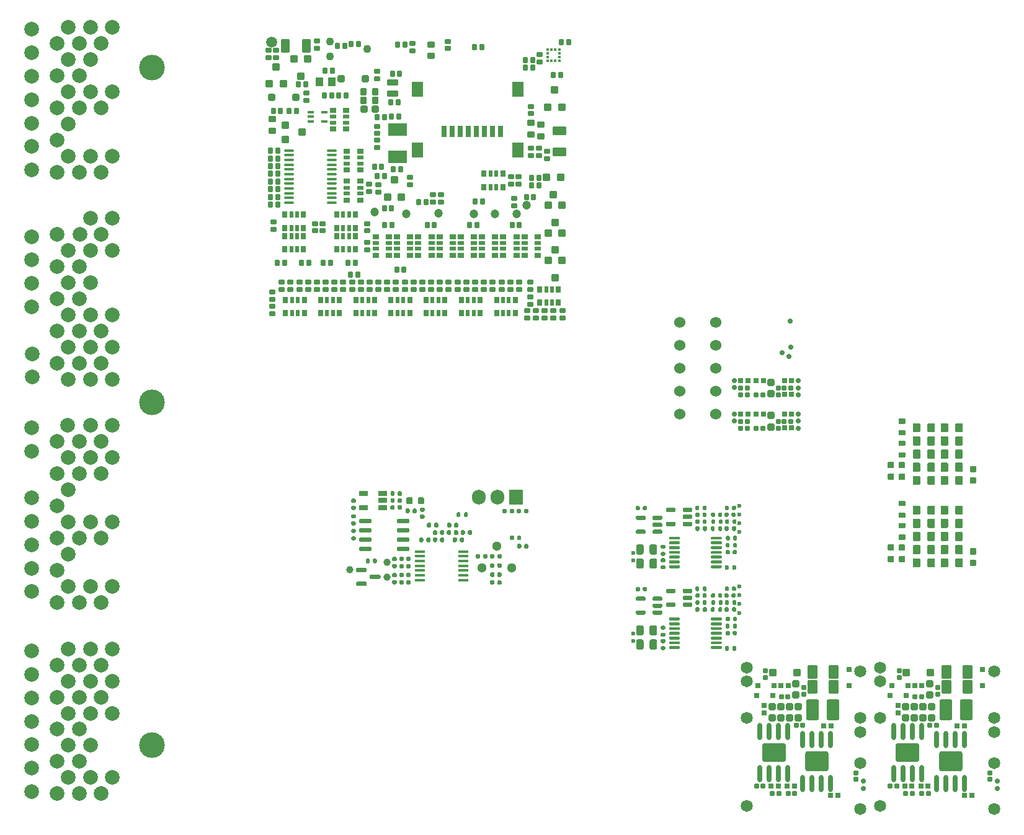
<source format=gbs>
G75*
G70*
%OFA0B0*%
%FSLAX25Y25*%
%IPPOS*%
%LPD*%
%AMOC8*
5,1,8,0,0,1.08239X$1,22.5*
%
%AMM17*
21,1,0.039370,0.030320,0.000000,0.000000,90.000000*
21,1,0.028350,0.041340,0.000000,0.000000,90.000000*
1,1,0.011020,0.015160,0.014170*
1,1,0.011020,0.015160,-0.014170*
1,1,0.011020,-0.015160,-0.014170*
1,1,0.011020,-0.015160,0.014170*
%
%AMM23*
21,1,0.031500,0.018900,0.000000,0.000000,180.000000*
21,1,0.022840,0.027560,0.000000,0.000000,180.000000*
1,1,0.008660,-0.011420,0.009450*
1,1,0.008660,0.011420,0.009450*
1,1,0.008660,0.011420,-0.009450*
1,1,0.008660,-0.011420,-0.009450*
%
%AMM26*
21,1,0.029530,0.026380,0.000000,0.000000,90.000000*
21,1,0.020470,0.035430,0.000000,0.000000,90.000000*
1,1,0.009060,0.013190,0.010240*
1,1,0.009060,0.013190,-0.010240*
1,1,0.009060,-0.013190,-0.010240*
1,1,0.009060,-0.013190,0.010240*
%
%AMM27*
21,1,0.021650,0.027950,0.000000,0.000000,90.000000*
21,1,0.014170,0.035430,0.000000,0.000000,90.000000*
1,1,0.007480,0.013980,0.007090*
1,1,0.007480,0.013980,-0.007090*
1,1,0.007480,-0.013980,-0.007090*
1,1,0.007480,-0.013980,0.007090*
%
%AMM29*
21,1,0.016540,0.028980,0.000000,0.000000,90.000000*
21,1,0.010080,0.035430,0.000000,0.000000,90.000000*
1,1,0.006460,0.014490,0.005040*
1,1,0.006460,0.014490,-0.005040*
1,1,0.006460,-0.014490,-0.005040*
1,1,0.006460,-0.014490,0.005040*
%
%AMM32*
21,1,0.031500,0.018900,0.000000,0.000000,90.000000*
21,1,0.022840,0.027560,0.000000,0.000000,90.000000*
1,1,0.008660,0.009450,0.011420*
1,1,0.008660,0.009450,-0.011420*
1,1,0.008660,-0.009450,-0.011420*
1,1,0.008660,-0.009450,0.011420*
%
%AMM45*
21,1,0.037400,0.026770,0.000000,0.000000,180.000000*
21,1,0.026770,0.037400,0.000000,0.000000,180.000000*
1,1,0.010630,-0.013390,0.013390*
1,1,0.010630,0.013390,0.013390*
1,1,0.010630,0.013390,-0.013390*
1,1,0.010630,-0.013390,-0.013390*
%
%AMM46*
21,1,0.039370,0.030320,0.000000,0.000000,180.000000*
21,1,0.028350,0.041340,0.000000,0.000000,180.000000*
1,1,0.011020,-0.014170,0.015160*
1,1,0.011020,0.014170,0.015160*
1,1,0.011020,0.014170,-0.015160*
1,1,0.011020,-0.014170,-0.015160*
%
%AMM47*
21,1,0.039760,0.026770,0.000000,0.000000,0.000000*
21,1,0.029130,0.037400,0.000000,0.000000,0.000000*
1,1,0.010630,0.014570,-0.013390*
1,1,0.010630,-0.014570,-0.013390*
1,1,0.010630,-0.014570,0.013390*
1,1,0.010630,0.014570,0.013390*
%
%AMM48*
21,1,0.074800,0.036220,0.000000,0.000000,0.000000*
21,1,0.061810,0.049210,0.000000,0.000000,0.000000*
1,1,0.012990,0.030910,-0.018110*
1,1,0.012990,-0.030910,-0.018110*
1,1,0.012990,-0.030910,0.018110*
1,1,0.012990,0.030910,0.018110*
%
%AMM49*
21,1,0.062990,0.020470,0.000000,0.000000,90.000000*
21,1,0.053940,0.029530,0.000000,0.000000,90.000000*
1,1,0.009060,0.010240,0.026970*
1,1,0.009060,0.010240,-0.026970*
1,1,0.009060,-0.010240,-0.026970*
1,1,0.009060,-0.010240,0.026970*
%
%AMM50*
21,1,0.082680,0.045670,0.000000,0.000000,90.000000*
21,1,0.067320,0.061020,0.000000,0.000000,90.000000*
1,1,0.015350,0.022840,0.033660*
1,1,0.015350,0.022840,-0.033660*
1,1,0.015350,-0.022840,-0.033660*
1,1,0.015350,-0.022840,0.033660*
%
%AMM51*
21,1,0.029530,0.026380,0.000000,0.000000,0.000000*
21,1,0.020470,0.035430,0.000000,0.000000,0.000000*
1,1,0.009060,0.010240,-0.013190*
1,1,0.009060,-0.010240,-0.013190*
1,1,0.009060,-0.010240,0.013190*
1,1,0.009060,0.010240,0.013190*
%
%AMM52*
21,1,0.021650,0.027950,0.000000,0.000000,0.000000*
21,1,0.014170,0.035430,0.000000,0.000000,0.000000*
1,1,0.007480,0.007090,-0.013980*
1,1,0.007480,-0.007090,-0.013980*
1,1,0.007480,-0.007090,0.013980*
1,1,0.007480,0.007090,0.013980*
%
%AMM53*
21,1,0.031500,0.030710,0.000000,0.000000,90.000000*
21,1,0.022050,0.040160,0.000000,0.000000,90.000000*
1,1,0.009450,0.015350,0.011020*
1,1,0.009450,0.015350,-0.011020*
1,1,0.009450,-0.015350,-0.011020*
1,1,0.009450,-0.015350,0.011020*
%
%AMM54*
21,1,0.031500,0.049610,0.000000,0.000000,270.000000*
21,1,0.022050,0.059060,0.000000,0.000000,270.000000*
1,1,0.009450,-0.024800,-0.011020*
1,1,0.009450,-0.024800,0.011020*
1,1,0.009450,0.024800,0.011020*
1,1,0.009450,0.024800,-0.011020*
%
%AMM55*
21,1,0.031500,0.030710,0.000000,0.000000,0.000000*
21,1,0.022050,0.040160,0.000000,0.000000,0.000000*
1,1,0.009450,0.011020,-0.015350*
1,1,0.009450,-0.011020,-0.015350*
1,1,0.009450,-0.011020,0.015350*
1,1,0.009450,0.011020,0.015350*
%
%AMM56*
21,1,0.074800,0.036220,0.000000,0.000000,90.000000*
21,1,0.061810,0.049210,0.000000,0.000000,90.000000*
1,1,0.012990,0.018110,0.030910*
1,1,0.012990,0.018110,-0.030910*
1,1,0.012990,-0.018110,-0.030910*
1,1,0.012990,-0.018110,0.030910*
%
%AMM68*
21,1,0.029130,0.018900,0.000000,0.000000,180.000000*
21,1,0.018900,0.029130,0.000000,0.000000,180.000000*
1,1,0.010240,-0.009450,0.009450*
1,1,0.010240,0.009450,0.009450*
1,1,0.010240,0.009450,-0.009450*
1,1,0.010240,-0.009450,-0.009450*
%
%AMM69*
21,1,0.025200,0.019680,0.000000,0.000000,270.000000*
21,1,0.015750,0.029130,0.000000,0.000000,270.000000*
1,1,0.009450,-0.009840,-0.007870*
1,1,0.009450,-0.009840,0.007870*
1,1,0.009450,0.009840,0.007870*
1,1,0.009450,0.009840,-0.007870*
%
%AMM70*
21,1,0.038980,0.026770,0.000000,0.000000,270.000000*
21,1,0.026770,0.038980,0.000000,0.000000,270.000000*
1,1,0.012210,-0.013390,-0.013390*
1,1,0.012210,-0.013390,0.013390*
1,1,0.012210,0.013390,0.013390*
1,1,0.012210,0.013390,-0.013390*
%
%AMM71*
21,1,0.025200,0.019680,0.000000,0.000000,0.000000*
21,1,0.015750,0.029130,0.000000,0.000000,0.000000*
1,1,0.009450,0.007870,-0.009840*
1,1,0.009450,-0.007870,-0.009840*
1,1,0.009450,-0.007870,0.009840*
1,1,0.009450,0.007870,0.009840*
%
%AMM83*
21,1,0.041340,0.026770,0.000000,0.000000,0.000000*
21,1,0.029130,0.038980,0.000000,0.000000,0.000000*
1,1,0.012210,0.014570,-0.013390*
1,1,0.012210,-0.014570,-0.013390*
1,1,0.012210,-0.014570,0.013390*
1,1,0.012210,0.014570,0.013390*
%
%AMM84*
21,1,0.076380,0.036220,0.000000,0.000000,90.000000*
21,1,0.061810,0.050790,0.000000,0.000000,90.000000*
1,1,0.014570,0.018110,0.030910*
1,1,0.014570,0.018110,-0.030910*
1,1,0.014570,-0.018110,-0.030910*
1,1,0.014570,-0.018110,0.030910*
%
%AMM86*
21,1,0.029130,0.018900,0.000000,0.000000,90.000000*
21,1,0.018900,0.029130,0.000000,0.000000,90.000000*
1,1,0.010240,0.009450,0.009450*
1,1,0.010240,0.009450,-0.009450*
1,1,0.010240,-0.009450,-0.009450*
1,1,0.010240,-0.009450,0.009450*
%
%AMM91*
21,1,0.029130,0.018900,0.000000,0.000000,0.000000*
21,1,0.018900,0.029130,0.000000,0.000000,0.000000*
1,1,0.010240,0.009450,-0.009450*
1,1,0.010240,-0.009450,-0.009450*
1,1,0.010240,-0.009450,0.009450*
1,1,0.010240,0.009450,0.009450*
%
%AMM92*
21,1,0.111810,0.050390,0.000000,0.000000,90.000000*
21,1,0.093700,0.068500,0.000000,0.000000,90.000000*
1,1,0.018110,0.025200,0.046850*
1,1,0.018110,0.025200,-0.046850*
1,1,0.018110,-0.025200,-0.046850*
1,1,0.018110,-0.025200,0.046850*
%
%AMM93*
21,1,0.127560,0.075590,0.000000,0.000000,180.000000*
21,1,0.103150,0.100000,0.000000,0.000000,180.000000*
1,1,0.024410,-0.051580,0.037800*
1,1,0.024410,0.051580,0.037800*
1,1,0.024410,0.051580,-0.037800*
1,1,0.024410,-0.051580,-0.037800*
%
%AMM94*
21,1,0.123620,0.083460,0.000000,0.000000,0.000000*
21,1,0.097240,0.109840,0.000000,0.000000,0.000000*
1,1,0.026380,0.048620,-0.041730*
1,1,0.026380,-0.048620,-0.041730*
1,1,0.026380,-0.048620,0.041730*
1,1,0.026380,0.048620,0.041730*
%
%ADD10C,0.02362*%
%ADD104C,0.03900*%
%ADD109M17*%
%ADD116M23*%
%ADD120M26*%
%ADD121M27*%
%ADD125M29*%
%ADD131M32*%
%ADD132C,0.04294*%
%ADD133C,0.04724*%
%ADD156M45*%
%ADD157M46*%
%ADD158M47*%
%ADD159R,0.04331X0.04724*%
%ADD160M48*%
%ADD161M49*%
%ADD162M50*%
%ADD163R,0.09843X0.07087*%
%ADD164M51*%
%ADD165M52*%
%ADD166M53*%
%ADD167M54*%
%ADD168M55*%
%ADD169M56*%
%ADD170O,0.05354X0.01378*%
%ADD171R,0.01378X0.01772*%
%ADD172R,0.01772X0.01378*%
%ADD178C,0.05118*%
%ADD181R,0.07500X0.07874*%
%ADD182O,0.07500X0.07874*%
%ADD185R,0.05709X0.01772*%
%ADD186R,0.04803X0.02559*%
%ADD198C,0.02913*%
%ADD208M68*%
%ADD209M69*%
%ADD210M70*%
%ADD211M71*%
%ADD224M83*%
%ADD225M84*%
%ADD227M86*%
%ADD228C,0.06457*%
%ADD234M91*%
%ADD235M92*%
%ADD236O,0.02520X0.09213*%
%ADD237M93*%
%ADD238M94*%
%ADD33C,0.06000*%
%ADD34C,0.05906*%
%ADD52C,0.07874*%
%ADD63C,0.13780*%
X0000000Y0000000D02*
%LPD*%
G01*
D10*
X0402854Y0119341D03*
X0402854Y0114616D03*
X0402854Y0124065D03*
X0402854Y0128789D03*
X0346063Y0103356D03*
X0346063Y0099419D03*
D33*
X0370807Y0258445D03*
X0390098Y0258445D03*
X0370807Y0246161D03*
X0390098Y0246161D03*
D10*
X0402854Y0162844D03*
X0402854Y0158120D03*
X0402854Y0167569D03*
X0402854Y0172293D03*
X0346063Y0146860D03*
X0346063Y0142923D03*
D34*
X0467913Y0083268D03*
X0467913Y0058071D03*
X0467913Y0050591D03*
X0467913Y0033661D03*
D10*
X0469685Y0024213D03*
X0469685Y0020276D03*
D34*
X0467913Y0009055D03*
X0406890Y0085039D03*
X0406890Y0077756D03*
X0406890Y0058268D03*
X0406890Y0010827D03*
D10*
X0429508Y0252415D03*
X0426063Y0254482D03*
X0430689Y0257434D03*
X0430394Y0271411D03*
D10*
X0434626Y0239350D03*
X0434626Y0235610D03*
X0434626Y0231870D03*
X0400374Y0235807D03*
X0400374Y0239350D03*
X0434626Y0221437D03*
X0434626Y0217697D03*
X0434626Y0213957D03*
X0400374Y0217894D03*
X0400374Y0221437D03*
D33*
X0370807Y0233878D03*
X0390098Y0233878D03*
D63*
X0087402Y0407874D03*
X0087402Y0227756D03*
X0087402Y0043307D03*
D52*
X0022638Y0428346D03*
X0022638Y0415748D03*
X0022638Y0403150D03*
X0022638Y0390551D03*
X0022638Y0377953D03*
X0022638Y0365354D03*
X0022638Y0352756D03*
X0042323Y0429528D03*
X0036417Y0420866D03*
X0042323Y0412205D03*
X0036417Y0403543D03*
X0042323Y0394882D03*
X0036417Y0386220D03*
X0042323Y0377559D03*
X0036417Y0368898D03*
X0042323Y0360236D03*
X0036417Y0351575D03*
X0054134Y0429528D03*
X0048228Y0420866D03*
X0054134Y0412205D03*
X0048228Y0403543D03*
X0054134Y0394882D03*
X0048228Y0386220D03*
X0054134Y0360236D03*
X0048228Y0351575D03*
X0065945Y0429528D03*
X0060039Y0420866D03*
X0065945Y0394882D03*
X0060039Y0386220D03*
X0065945Y0360236D03*
X0060039Y0351575D03*
X0022638Y0316929D03*
X0022638Y0304331D03*
X0022638Y0291732D03*
X0022638Y0279134D03*
X0023031Y0253937D03*
X0023031Y0241339D03*
X0036417Y0318110D03*
X0042323Y0309449D03*
X0036417Y0300787D03*
X0042323Y0292126D03*
X0036417Y0283465D03*
X0042323Y0274803D03*
X0036417Y0266142D03*
X0042323Y0257480D03*
X0036417Y0248819D03*
X0042323Y0240157D03*
X0054134Y0326772D03*
X0048622Y0318110D03*
X0054134Y0309449D03*
X0048228Y0300787D03*
X0054134Y0292126D03*
X0048228Y0283465D03*
X0054134Y0274803D03*
X0048228Y0266142D03*
X0054134Y0257480D03*
X0048228Y0248819D03*
X0054134Y0240157D03*
X0065945Y0326772D03*
X0060039Y0318110D03*
X0065945Y0309449D03*
X0065945Y0274803D03*
X0060039Y0266142D03*
X0065945Y0257480D03*
X0060039Y0248819D03*
X0065945Y0240157D03*
X0022638Y0214173D03*
X0022638Y0201575D03*
X0022638Y0176378D03*
X0022638Y0163780D03*
X0022638Y0151181D03*
X0022638Y0138583D03*
X0022638Y0125984D03*
X0041929Y0215354D03*
X0036417Y0206693D03*
X0042323Y0198031D03*
X0036417Y0189370D03*
X0042323Y0180709D03*
X0036417Y0172047D03*
X0042323Y0163386D03*
X0036417Y0154724D03*
X0042323Y0146063D03*
X0036417Y0137402D03*
X0042323Y0128740D03*
X0036417Y0120079D03*
X0054134Y0215354D03*
X0048228Y0206693D03*
X0054134Y0198031D03*
X0048228Y0189370D03*
X0054134Y0163386D03*
X0048228Y0154724D03*
X0054134Y0128740D03*
X0048228Y0120079D03*
X0065945Y0215354D03*
X0060039Y0206693D03*
X0065945Y0198031D03*
X0060039Y0189370D03*
X0065945Y0163386D03*
X0060039Y0154724D03*
X0065945Y0128740D03*
X0060039Y0120079D03*
X0022638Y0094094D03*
X0022638Y0081496D03*
X0022638Y0068898D03*
X0022638Y0056299D03*
X0022638Y0043701D03*
X0022638Y0031102D03*
X0022638Y0018504D03*
X0042323Y0095276D03*
X0036417Y0086614D03*
X0042323Y0077953D03*
X0036417Y0069291D03*
X0042323Y0060630D03*
X0036417Y0051969D03*
X0042323Y0043307D03*
X0036417Y0034646D03*
X0042323Y0025984D03*
X0036417Y0017323D03*
X0054134Y0095276D03*
X0048228Y0086614D03*
X0054134Y0077953D03*
X0048228Y0069291D03*
X0054134Y0060630D03*
X0048228Y0051969D03*
X0054134Y0043307D03*
X0048228Y0034646D03*
X0054134Y0025984D03*
X0048228Y0017323D03*
X0065945Y0095276D03*
X0060039Y0086614D03*
X0065945Y0077953D03*
X0060039Y0069291D03*
X0065945Y0060630D03*
X0065945Y0025984D03*
X0060039Y0017323D03*
D33*
X0370807Y0221594D03*
X0390098Y0221594D03*
X0370807Y0270728D03*
X0390098Y0270728D03*
D34*
X0539764Y0083268D03*
X0539764Y0058071D03*
X0539764Y0050591D03*
X0539764Y0033661D03*
D10*
X0541535Y0024213D03*
X0541535Y0020276D03*
D34*
X0539764Y0009055D03*
X0478740Y0085039D03*
X0478740Y0077756D03*
X0478740Y0058268D03*
X0478740Y0010827D03*
X0147146Y0268012D02*
G01*
G75*
D109*
X0158761Y0369254D02*
D03*
X0168013Y0372994D02*
D03*
D109*
X0158761Y0376735D02*
D03*
D116*
X0295128Y0364469D02*
D03*
X0295128Y0360532D02*
D03*
X0178839Y0319980D02*
D03*
X0178839Y0323917D02*
D03*
X0299508Y0362894D02*
D03*
X0299508Y0358957D02*
D03*
X0175788Y0422146D02*
D03*
X0175788Y0418209D02*
D03*
X0208971Y0344784D02*
D03*
X0208971Y0340847D02*
D03*
X0225876Y0344712D02*
D03*
X0225876Y0348649D02*
D03*
X0203839Y0341240D02*
D03*
X0203839Y0345177D02*
D03*
X0152645Y0324828D02*
D03*
X0152645Y0320891D02*
D03*
X0170374Y0393996D02*
D03*
X0170374Y0390059D02*
D03*
X0149902Y0413091D02*
D03*
X0149902Y0417028D02*
D03*
X0281792Y0337303D02*
D03*
X0281792Y0333366D02*
D03*
X0208170Y0401870D02*
D03*
X0208170Y0405807D02*
D03*
X0238387Y0335433D02*
D03*
X0238387Y0339370D02*
D03*
X0227362Y0416733D02*
D03*
X0227362Y0420669D02*
D03*
X0280217Y0349114D02*
D03*
X0280217Y0345177D02*
D03*
X0284154Y0349114D02*
D03*
X0284154Y0345177D02*
D03*
X0154036Y0413091D02*
D03*
X0154036Y0417028D02*
D03*
X0291044Y0364469D02*
D03*
X0291044Y0360532D02*
D03*
X0290847Y0386910D02*
D03*
X0290847Y0382973D02*
D03*
X0242717Y0335433D02*
D03*
X0242717Y0339370D02*
D03*
X0246359Y0421949D02*
D03*
X0246359Y0418012D02*
D03*
X0208170Y0372343D02*
D03*
X0208170Y0376280D02*
D03*
X0208170Y0368799D02*
D03*
X0208170Y0364862D02*
D03*
X0194784Y0292421D02*
D03*
X0194784Y0288484D02*
D03*
X0199508Y0292421D02*
D03*
X0199508Y0288484D02*
D03*
X0204233Y0292421D02*
D03*
X0204233Y0288484D02*
D03*
X0208957Y0292421D02*
D03*
X0208957Y0288484D02*
D03*
X0293603Y0273130D02*
D03*
X0293603Y0277067D02*
D03*
X0298327Y0277067D02*
D03*
X0298327Y0273130D02*
D03*
X0303051Y0273130D02*
D03*
X0303051Y0277067D02*
D03*
X0307776Y0273130D02*
D03*
X0307776Y0277067D02*
D03*
X0174902Y0319980D02*
D03*
X0174902Y0323917D02*
D03*
X0202855Y0319980D02*
D03*
X0202855Y0323917D02*
D03*
X0171162Y0292421D02*
D03*
X0171162Y0288484D02*
D03*
X0166438Y0292421D02*
D03*
X0166438Y0288484D02*
D03*
X0161713Y0292421D02*
D03*
X0161713Y0288484D02*
D03*
X0156989Y0292421D02*
D03*
X0156989Y0288484D02*
D03*
X0190060Y0292421D02*
D03*
X0190060Y0288484D02*
D03*
X0185335Y0292421D02*
D03*
X0185335Y0288484D02*
D03*
X0180611Y0292421D02*
D03*
X0180611Y0288484D02*
D03*
X0175886Y0292421D02*
D03*
X0175886Y0288484D02*
D03*
X0227855Y0292421D02*
D03*
X0227855Y0288484D02*
D03*
X0223131Y0292421D02*
D03*
X0223131Y0288484D02*
D03*
X0218406Y0292421D02*
D03*
X0218406Y0288484D02*
D03*
X0213682Y0292421D02*
D03*
X0213682Y0288484D02*
D03*
X0246753Y0288484D02*
D03*
X0246753Y0292421D02*
D03*
X0242028Y0292421D02*
D03*
X0242028Y0288484D02*
D03*
X0237304Y0292421D02*
D03*
X0237304Y0288484D02*
D03*
X0232579Y0292421D02*
D03*
X0232579Y0288484D02*
D03*
X0265650Y0292421D02*
D03*
X0265650Y0288484D02*
D03*
X0260926Y0292421D02*
D03*
X0260926Y0288484D02*
D03*
X0256201Y0292421D02*
D03*
X0256201Y0288484D02*
D03*
X0251477Y0292421D02*
D03*
X0251477Y0288484D02*
D03*
X0279823Y0292421D02*
D03*
X0279823Y0288484D02*
D03*
X0275099Y0292421D02*
D03*
X0275099Y0288484D02*
D03*
X0270374Y0292421D02*
D03*
X0270374Y0288484D02*
D03*
X0151870Y0283169D02*
D03*
X0151870Y0287106D02*
D03*
X0288879Y0277067D02*
D03*
X0288879Y0273130D02*
D03*
X0202855Y0309744D02*
D03*
X0202855Y0313681D02*
D03*
X0290453Y0288484D02*
D03*
X0290453Y0292421D02*
D03*
X0151870Y0275492D02*
D03*
X0151870Y0279429D02*
D03*
X0290453Y0284547D02*
D03*
X0290453Y0280610D02*
D03*
X0295571Y0414862D02*
D03*
X0295571Y0410925D02*
D03*
X0284548Y0292421D02*
D03*
X0284548Y0288484D02*
D03*
D120*
X0184548Y0384843D02*
D03*
X0191634Y0384843D02*
D03*
X0191634Y0374803D02*
D03*
X0184548Y0374803D02*
D03*
X0199115Y0336614D02*
D03*
X0192028Y0336614D02*
D03*
X0192028Y0346654D02*
D03*
X0199115Y0346654D02*
D03*
X0199115Y0352756D02*
D03*
X0192028Y0352756D02*
D03*
X0192028Y0362796D02*
D03*
X0199115Y0362796D02*
D03*
X0294587Y0316929D02*
D03*
X0287500Y0316929D02*
D03*
X0287500Y0306890D02*
D03*
X0294587Y0306890D02*
D03*
X0276083Y0306890D02*
D03*
X0283170Y0306890D02*
D03*
X0283170Y0316929D02*
D03*
X0276083Y0316929D02*
D03*
X0226083Y0316929D02*
D03*
X0218997Y0316929D02*
D03*
X0218997Y0306890D02*
D03*
X0226083Y0306890D02*
D03*
X0207579Y0306890D02*
D03*
X0214666Y0306890D02*
D03*
X0214666Y0316929D02*
D03*
X0207579Y0316929D02*
D03*
X0248918Y0316929D02*
D03*
X0241831Y0316929D02*
D03*
X0241831Y0306890D02*
D03*
X0248918Y0306890D02*
D03*
X0230414Y0306890D02*
D03*
X0237501Y0306890D02*
D03*
X0237501Y0316929D02*
D03*
X0230414Y0316929D02*
D03*
X0271753Y0316929D02*
D03*
X0264666Y0316929D02*
D03*
X0264666Y0306890D02*
D03*
X0271753Y0306890D02*
D03*
X0253249Y0306890D02*
D03*
X0260335Y0306890D02*
D03*
X0260335Y0316929D02*
D03*
X0253249Y0316929D02*
D03*
D121*
X0191634Y0378248D02*
D03*
X0191634Y0381398D02*
D03*
X0184548Y0381398D02*
D03*
X0184548Y0378248D02*
D03*
X0192028Y0343209D02*
D03*
X0192028Y0340059D02*
D03*
X0199115Y0340059D02*
D03*
X0199115Y0343209D02*
D03*
X0192028Y0359351D02*
D03*
X0192028Y0356201D02*
D03*
X0199115Y0356201D02*
D03*
X0199115Y0359351D02*
D03*
X0294587Y0313484D02*
D03*
X0294587Y0310335D02*
D03*
X0287500Y0310335D02*
D03*
X0287500Y0313484D02*
D03*
X0276083Y0310335D02*
D03*
X0276083Y0313484D02*
D03*
X0283170Y0313484D02*
D03*
X0283170Y0310335D02*
D03*
X0226083Y0313484D02*
D03*
X0226083Y0310335D02*
D03*
X0218997Y0310335D02*
D03*
X0218997Y0313484D02*
D03*
X0207579Y0310335D02*
D03*
X0207579Y0313484D02*
D03*
X0214666Y0313484D02*
D03*
X0214666Y0310335D02*
D03*
X0248918Y0313484D02*
D03*
X0248918Y0310335D02*
D03*
X0241831Y0310335D02*
D03*
X0241831Y0313484D02*
D03*
X0230414Y0310335D02*
D03*
X0230414Y0313484D02*
D03*
X0237501Y0313484D02*
D03*
X0237501Y0310335D02*
D03*
X0271753Y0313484D02*
D03*
X0271753Y0310335D02*
D03*
X0264666Y0310335D02*
D03*
X0264666Y0313484D02*
D03*
X0253249Y0310335D02*
D03*
X0253249Y0313484D02*
D03*
X0260335Y0313484D02*
D03*
X0260335Y0310335D02*
D03*
D125*
X0172540Y0378839D02*
D03*
X0172540Y0381398D02*
D03*
X0172540Y0383957D02*
D03*
X0180020Y0383957D02*
D03*
X0180020Y0378839D02*
D03*
D131*
X0190847Y0419390D02*
D03*
X0186910Y0419390D02*
D03*
X0306989Y0403642D02*
D03*
X0303051Y0403642D02*
D03*
X0165889Y0398821D02*
D03*
X0169826Y0398821D02*
D03*
X0191634Y0392815D02*
D03*
X0187697Y0392815D02*
D03*
X0179823Y0392815D02*
D03*
X0183760Y0392815D02*
D03*
X0288485Y0338091D02*
D03*
X0292422Y0338091D02*
D03*
X0219193Y0419981D02*
D03*
X0223130Y0419981D02*
D03*
X0287894Y0407776D02*
D03*
X0291831Y0407776D02*
D03*
X0260532Y0418799D02*
D03*
X0264469Y0418799D02*
D03*
X0216056Y0331990D02*
D03*
X0212119Y0331990D02*
D03*
X0206792Y0354626D02*
D03*
X0210729Y0354626D02*
D03*
X0216831Y0353051D02*
D03*
X0220768Y0353051D02*
D03*
X0216044Y0381398D02*
D03*
X0219981Y0381398D02*
D03*
X0311319Y0421555D02*
D03*
X0307382Y0421555D02*
D03*
X0198130Y0420571D02*
D03*
X0194193Y0420571D02*
D03*
X0180217Y0406201D02*
D03*
X0184154Y0406201D02*
D03*
X0291241Y0344390D02*
D03*
X0295178Y0344390D02*
D03*
X0291241Y0348327D02*
D03*
X0295178Y0348327D02*
D03*
X0291831Y0411713D02*
D03*
X0287894Y0411713D02*
D03*
X0264764Y0335827D02*
D03*
X0260827Y0335827D02*
D03*
X0208170Y0381004D02*
D03*
X0212107Y0381004D02*
D03*
X0208170Y0349311D02*
D03*
X0212107Y0349311D02*
D03*
X0216437Y0404626D02*
D03*
X0220374Y0404626D02*
D03*
X0215650Y0389272D02*
D03*
X0219587Y0389272D02*
D03*
X0230512Y0335433D02*
D03*
X0234449Y0335433D02*
D03*
X0284745Y0323130D02*
D03*
X0280808Y0323130D02*
D03*
X0216241Y0323130D02*
D03*
X0212304Y0323130D02*
D03*
X0239075Y0323130D02*
D03*
X0235138Y0323130D02*
D03*
X0261910Y0323130D02*
D03*
X0257973Y0323130D02*
D03*
X0222737Y0299114D02*
D03*
X0218800Y0299114D02*
D03*
X0167685Y0302658D02*
D03*
X0171622Y0302658D02*
D03*
X0158496Y0302658D02*
D03*
X0154559Y0302658D02*
D03*
X0192489Y0302658D02*
D03*
X0196426Y0302658D02*
D03*
X0183300Y0302658D02*
D03*
X0179363Y0302658D02*
D03*
X0156398Y0384547D02*
D03*
X0152461Y0384547D02*
D03*
X0160926Y0384547D02*
D03*
X0164863Y0384547D02*
D03*
X0197934Y0296358D02*
D03*
X0193997Y0296358D02*
D03*
X0151083Y0334154D02*
D03*
X0155020Y0334154D02*
D03*
X0151083Y0346555D02*
D03*
X0155020Y0346555D02*
D03*
X0151083Y0350689D02*
D03*
X0155020Y0350689D02*
D03*
X0151083Y0358957D02*
D03*
X0155020Y0358957D02*
D03*
X0151083Y0354823D02*
D03*
X0155020Y0354823D02*
D03*
X0151083Y0363091D02*
D03*
X0155020Y0363091D02*
D03*
X0151083Y0342422D02*
D03*
X0155020Y0342422D02*
D03*
X0151083Y0338288D02*
D03*
X0155020Y0338288D02*
D03*
D132*
X0202894Y0417953D02*
D03*
X0182894Y0413953D02*
D03*
X0182894Y0421953D02*
D03*
D133*
X0241241Y0329429D02*
D03*
X0288485Y0333760D02*
D03*
X0283367Y0329036D02*
D03*
X0271555Y0329036D02*
D03*
X0260138Y0329036D02*
D03*
X0223918Y0329036D02*
D03*
X0206988Y0330217D02*
D03*
D34*
X0151477Y0421555D02*
D03*
D156*
X0201123Y0385532D02*
D03*
X0207343Y0385532D02*
D03*
D157*
X0303726Y0395883D02*
D03*
X0307466Y0386631D02*
D03*
X0221297Y0338132D02*
D03*
X0217557Y0347384D02*
D03*
X0157776Y0398996D02*
D03*
X0154036Y0408248D02*
D03*
X0163485Y0412421D02*
D03*
X0167225Y0403170D02*
D03*
X0300099Y0304036D02*
D03*
X0303839Y0294784D02*
D03*
X0303839Y0309679D02*
D03*
X0300099Y0318931D02*
D03*
X0300099Y0333826D02*
D03*
X0303839Y0324574D02*
D03*
X0299312Y0348721D02*
D03*
X0303052Y0339469D02*
D03*
D157*
X0299986Y0386631D02*
D03*
X0213817Y0338132D02*
D03*
X0150296Y0398996D02*
D03*
X0170965Y0412422D02*
D03*
X0307579Y0304036D02*
D03*
X0307579Y0318931D02*
D03*
X0307579Y0333826D02*
D03*
X0306792Y0348721D02*
D03*
D158*
X0151477Y0391634D02*
D03*
X0164469Y0391634D02*
D03*
X0188878Y0401870D02*
D03*
X0201871Y0401870D02*
D03*
D159*
X0183957Y0400295D02*
D03*
X0177264Y0400295D02*
D03*
D160*
X0306201Y0362500D02*
D03*
X0306201Y0373917D02*
D03*
D161*
X0244272Y0373536D02*
D03*
X0248603Y0373536D02*
D03*
X0252934Y0373536D02*
D03*
X0257264Y0373536D02*
D03*
X0261595Y0373536D02*
D03*
X0265926Y0373536D02*
D03*
X0270257Y0373536D02*
D03*
X0274587Y0373536D02*
D03*
D162*
X0283957Y0363300D02*
D03*
X0283957Y0395977D02*
D03*
X0229824Y0395977D02*
D03*
X0229824Y0363300D02*
D03*
D163*
X0219194Y0374508D02*
D03*
X0219194Y0359941D02*
D03*
D164*
X0265749Y0350689D02*
D03*
X0265749Y0343603D02*
D03*
X0275788Y0343603D02*
D03*
X0275788Y0350689D02*
D03*
X0196851Y0275689D02*
D03*
X0196851Y0282776D02*
D03*
X0206890Y0282776D02*
D03*
X0206890Y0275689D02*
D03*
X0168701Y0310138D02*
D03*
X0168701Y0317225D02*
D03*
X0158662Y0317225D02*
D03*
X0158662Y0310138D02*
D03*
X0158662Y0328642D02*
D03*
X0158662Y0321555D02*
D03*
X0168701Y0321555D02*
D03*
X0168701Y0328642D02*
D03*
X0196654Y0310138D02*
D03*
X0196654Y0317225D02*
D03*
X0186615Y0317225D02*
D03*
X0186615Y0310138D02*
D03*
X0186615Y0328642D02*
D03*
X0186615Y0321555D02*
D03*
X0196654Y0321555D02*
D03*
X0196654Y0328642D02*
D03*
X0159056Y0275689D02*
D03*
X0159056Y0282776D02*
D03*
X0169095Y0282776D02*
D03*
X0169095Y0275689D02*
D03*
X0177953Y0275689D02*
D03*
X0177953Y0282776D02*
D03*
X0187992Y0282776D02*
D03*
X0187992Y0275689D02*
D03*
X0215748Y0275689D02*
D03*
X0215748Y0282776D02*
D03*
X0225788Y0282776D02*
D03*
X0225788Y0275689D02*
D03*
X0234646Y0275689D02*
D03*
X0234646Y0282776D02*
D03*
X0244686Y0282776D02*
D03*
X0244686Y0275689D02*
D03*
X0253544Y0275689D02*
D03*
X0253544Y0282776D02*
D03*
X0263583Y0282776D02*
D03*
X0263583Y0275689D02*
D03*
X0272441Y0275689D02*
D03*
X0272441Y0282776D02*
D03*
X0282481Y0282776D02*
D03*
X0282481Y0275689D02*
D03*
X0305709Y0281398D02*
D03*
X0305709Y0288484D02*
D03*
X0295670Y0288484D02*
D03*
X0295670Y0281398D02*
D03*
D165*
X0269193Y0350689D02*
D03*
X0272343Y0350689D02*
D03*
X0272343Y0343603D02*
D03*
X0269193Y0343603D02*
D03*
X0203445Y0282776D02*
D03*
X0200296Y0282776D02*
D03*
X0200296Y0275689D02*
D03*
X0203445Y0275689D02*
D03*
X0165256Y0310138D02*
D03*
X0162107Y0310138D02*
D03*
X0162107Y0317225D02*
D03*
X0165256Y0317225D02*
D03*
X0162107Y0328642D02*
D03*
X0165256Y0328642D02*
D03*
X0165256Y0321555D02*
D03*
X0162107Y0321555D02*
D03*
X0193209Y0310138D02*
D03*
X0190059Y0310138D02*
D03*
X0190059Y0317225D02*
D03*
X0193209Y0317225D02*
D03*
X0190060Y0328642D02*
D03*
X0193209Y0328642D02*
D03*
X0193209Y0321555D02*
D03*
X0190060Y0321555D02*
D03*
X0165650Y0282776D02*
D03*
X0162501Y0282776D02*
D03*
X0162501Y0275689D02*
D03*
X0165650Y0275689D02*
D03*
X0184548Y0282776D02*
D03*
X0181398Y0282776D02*
D03*
X0181398Y0275689D02*
D03*
X0184548Y0275689D02*
D03*
X0222343Y0282776D02*
D03*
X0219193Y0282776D02*
D03*
X0219193Y0275689D02*
D03*
X0222343Y0275689D02*
D03*
X0241241Y0282776D02*
D03*
X0238091Y0282776D02*
D03*
X0238091Y0275689D02*
D03*
X0241241Y0275689D02*
D03*
X0260138Y0282776D02*
D03*
X0256989Y0282776D02*
D03*
X0256989Y0275689D02*
D03*
X0260138Y0275689D02*
D03*
X0279036Y0282776D02*
D03*
X0275886Y0282776D02*
D03*
X0275886Y0275689D02*
D03*
X0279036Y0275689D02*
D03*
X0302264Y0281398D02*
D03*
X0299115Y0281398D02*
D03*
X0299115Y0288484D02*
D03*
X0302264Y0288484D02*
D03*
D166*
X0290847Y0378248D02*
D03*
X0290847Y0371949D02*
D03*
X0237205Y0413977D02*
D03*
X0237205Y0420276D02*
D03*
X0151871Y0380217D02*
D03*
X0151871Y0373917D02*
D03*
X0296359Y0370768D02*
D03*
X0296359Y0377067D02*
D03*
D167*
X0216437Y0399705D02*
D03*
X0216437Y0393799D02*
D03*
D168*
X0207383Y0394784D02*
D03*
X0201083Y0394784D02*
D03*
X0207383Y0390158D02*
D03*
X0201083Y0390158D02*
D03*
D169*
X0158957Y0419390D02*
D03*
X0170374Y0419390D02*
D03*
D170*
X0160768Y0335138D02*
D03*
X0160768Y0337697D02*
D03*
X0160768Y0340256D02*
D03*
X0160768Y0342815D02*
D03*
X0160768Y0345374D02*
D03*
X0160768Y0347933D02*
D03*
X0160768Y0350492D02*
D03*
X0160768Y0353051D02*
D03*
X0160768Y0355610D02*
D03*
X0160768Y0358170D02*
D03*
X0160768Y0360728D02*
D03*
X0160768Y0363288D02*
D03*
X0183761Y0335138D02*
D03*
X0183761Y0337697D02*
D03*
X0183761Y0340256D02*
D03*
X0183761Y0342815D02*
D03*
X0183761Y0345374D02*
D03*
X0183761Y0347933D02*
D03*
X0183761Y0350492D02*
D03*
X0183761Y0353051D02*
D03*
X0183761Y0355610D02*
D03*
X0183761Y0358170D02*
D03*
X0183761Y0360728D02*
D03*
X0183761Y0363288D02*
D03*
D171*
X0304036Y0411319D02*
D03*
X0302068Y0411319D02*
D03*
X0302068Y0417618D02*
D03*
X0304036Y0417618D02*
D03*
D172*
X0299902Y0411516D02*
D03*
X0299902Y0413485D02*
D03*
X0299902Y0415453D02*
D03*
X0299902Y0417421D02*
D03*
X0306202Y0411516D02*
D03*
X0306202Y0417421D02*
D03*
X0306202Y0413485D02*
D03*
X0306202Y0415453D02*
D03*
X0481201Y0181004D02*
%LPD*%
G01*
G36*
G01*
X0491831Y0198169D02*
X0488760Y0198169D01*
G75*
G02*
X0488484Y0198445I0000000J0000276D01*
G01*
X0488484Y0200650D01*
G75*
G02*
X0488760Y0200925I0000276J0000000D01*
G01*
X0491831Y0200925D01*
G75*
G02*
X0492107Y0200650I0000000J-000276D01*
G01*
X0492107Y0198445D01*
G75*
G02*
X0491831Y0198169I-000276J0000000D01*
G01*
G37*
G36*
G01*
X0491831Y0204469D02*
X0488760Y0204469D01*
G75*
G02*
X0488484Y0204744I0000000J0000276D01*
G01*
X0488484Y0206949D01*
G75*
G02*
X0488760Y0207224I0000276J0000000D01*
G01*
X0491831Y0207224D01*
G75*
G02*
X0492107Y0206949I0000000J-000276D01*
G01*
X0492107Y0204744D01*
G75*
G02*
X0491831Y0204469I-000276J0000000D01*
G01*
G37*
G36*
G01*
X0488760Y0219035D02*
X0491831Y0219035D01*
G75*
G02*
X0492107Y0218760I0000000J-000276D01*
G01*
X0492107Y0216555D01*
G75*
G02*
X0491831Y0216280I-000276J0000000D01*
G01*
X0488760Y0216280D01*
G75*
G02*
X0488484Y0216555I0000000J0000276D01*
G01*
X0488484Y0218760D01*
G75*
G02*
X0488760Y0219035I0000276J0000000D01*
G01*
G37*
G36*
G01*
X0488760Y0212736D02*
X0491831Y0212736D01*
G75*
G02*
X0492107Y0212461I0000000J-000276D01*
G01*
X0492107Y0210256D01*
G75*
G02*
X0491831Y0209980I-000276J0000000D01*
G01*
X0488760Y0209980D01*
G75*
G02*
X0488484Y0210256I0000000J0000276D01*
G01*
X0488484Y0212461D01*
G75*
G02*
X0488760Y0212736I0000276J0000000D01*
G01*
G37*
G36*
G01*
X0508012Y0216181D02*
X0508012Y0212047D01*
G75*
G02*
X0507618Y0211654I-000394J0000000D01*
G01*
X0504469Y0211654D01*
G75*
G02*
X0504075Y0212047I0000000J0000394D01*
G01*
X0504075Y0216181D01*
G75*
G02*
X0504469Y0216575I0000394J0000000D01*
G01*
X0507618Y0216575D01*
G75*
G02*
X0508012Y0216181I0000000J-000394D01*
G01*
G37*
G36*
G01*
X0500138Y0216181D02*
X0500138Y0212047D01*
G75*
G02*
X0499744Y0211654I-000394J0000000D01*
G01*
X0496595Y0211654D01*
G75*
G02*
X0496201Y0212047I0000000J0000394D01*
G01*
X0496201Y0216181D01*
G75*
G02*
X0496595Y0216575I0000394J0000000D01*
G01*
X0499744Y0216575D01*
G75*
G02*
X0500138Y0216181I0000000J-000394D01*
G01*
G37*
G36*
G01*
X0511162Y0197874D02*
X0511162Y0202008D01*
G75*
G02*
X0511555Y0202402I0000394J0000000D01*
G01*
X0514705Y0202402D01*
G75*
G02*
X0515099Y0202008I0000000J-000394D01*
G01*
X0515099Y0197874D01*
G75*
G02*
X0514705Y0197480I-000394J0000000D01*
G01*
X0511555Y0197480D01*
G75*
G02*
X0511162Y0197874I0000000J0000394D01*
G01*
G37*
G36*
G01*
X0519036Y0197874D02*
X0519036Y0202008D01*
G75*
G02*
X0519429Y0202402I0000394J0000000D01*
G01*
X0522579Y0202402D01*
G75*
G02*
X0522973Y0202008I0000000J-000394D01*
G01*
X0522973Y0197874D01*
G75*
G02*
X0522579Y0197480I-000394J0000000D01*
G01*
X0519429Y0197480D01*
G75*
G02*
X0519036Y0197874I0000000J0000394D01*
G01*
G37*
G36*
G01*
X0483051Y0195669D02*
X0485729Y0195669D01*
G75*
G02*
X0486063Y0195335I0000000J-000335D01*
G01*
X0486063Y0192658D01*
G75*
G02*
X0485729Y0192323I-000335J0000000D01*
G01*
X0483051Y0192323D01*
G75*
G02*
X0482717Y0192658I0000000J0000335D01*
G01*
X0482717Y0195335D01*
G75*
G02*
X0483051Y0195669I0000335J0000000D01*
G01*
G37*
G36*
G01*
X0483051Y0189449D02*
X0485729Y0189449D01*
G75*
G02*
X0486063Y0189114I0000000J-000335D01*
G01*
X0486063Y0186437D01*
G75*
G02*
X0485729Y0186102I-000335J0000000D01*
G01*
X0483051Y0186102D01*
G75*
G02*
X0482717Y0186437I0000000J0000335D01*
G01*
X0482717Y0189114D01*
G75*
G02*
X0483051Y0189449I0000335J0000000D01*
G01*
G37*
G36*
G01*
X0527146Y0193602D02*
X0529823Y0193602D01*
G75*
G02*
X0530158Y0193268I0000000J-000335D01*
G01*
X0530158Y0190591D01*
G75*
G02*
X0529823Y0190256I-000335J0000000D01*
G01*
X0527146Y0190256D01*
G75*
G02*
X0526811Y0190591I0000000J0000335D01*
G01*
X0526811Y0193268D01*
G75*
G02*
X0527146Y0193602I0000335J0000000D01*
G01*
G37*
G36*
G01*
X0527146Y0187382D02*
X0529823Y0187382D01*
G75*
G02*
X0530158Y0187047I0000000J-000335D01*
G01*
X0530158Y0184370D01*
G75*
G02*
X0529823Y0184035I-000335J0000000D01*
G01*
X0527146Y0184035D01*
G75*
G02*
X0526811Y0184370I0000000J0000335D01*
G01*
X0526811Y0187047D01*
G75*
G02*
X0527146Y0187382I0000335J0000000D01*
G01*
G37*
G36*
G01*
X0508012Y0209095D02*
X0508012Y0204961D01*
G75*
G02*
X0507618Y0204567I-000394J0000000D01*
G01*
X0504469Y0204567D01*
G75*
G02*
X0504075Y0204961I0000000J0000394D01*
G01*
X0504075Y0209095D01*
G75*
G02*
X0504469Y0209488I0000394J0000000D01*
G01*
X0507618Y0209488D01*
G75*
G02*
X0508012Y0209095I0000000J-000394D01*
G01*
G37*
G36*
G01*
X0500138Y0209095D02*
X0500138Y0204961D01*
G75*
G02*
X0499744Y0204567I-000394J0000000D01*
G01*
X0496595Y0204567D01*
G75*
G02*
X0496201Y0204961I0000000J0000394D01*
G01*
X0496201Y0209095D01*
G75*
G02*
X0496595Y0209488I0000394J0000000D01*
G01*
X0499744Y0209488D01*
G75*
G02*
X0500138Y0209095I0000000J-000394D01*
G01*
G37*
G36*
G01*
X0511162Y0204961D02*
X0511162Y0209095D01*
G75*
G02*
X0511555Y0209488I0000394J0000000D01*
G01*
X0514705Y0209488D01*
G75*
G02*
X0515099Y0209095I0000000J-000394D01*
G01*
X0515099Y0204961D01*
G75*
G02*
X0514705Y0204567I-000394J0000000D01*
G01*
X0511555Y0204567D01*
G75*
G02*
X0511162Y0204961I0000000J0000394D01*
G01*
G37*
G36*
G01*
X0519036Y0204961D02*
X0519036Y0209095D01*
G75*
G02*
X0519429Y0209488I0000394J0000000D01*
G01*
X0522579Y0209488D01*
G75*
G02*
X0522973Y0209095I0000000J-000394D01*
G01*
X0522973Y0204961D01*
G75*
G02*
X0522579Y0204567I-000394J0000000D01*
G01*
X0519429Y0204567D01*
G75*
G02*
X0519036Y0204961I0000000J0000394D01*
G01*
G37*
G36*
G01*
X0508012Y0194921D02*
X0508012Y0190787D01*
G75*
G02*
X0507618Y0190394I-000394J0000000D01*
G01*
X0504469Y0190394D01*
G75*
G02*
X0504075Y0190787I0000000J0000394D01*
G01*
X0504075Y0194921D01*
G75*
G02*
X0504469Y0195315I0000394J0000000D01*
G01*
X0507618Y0195315D01*
G75*
G02*
X0508012Y0194921I0000000J-000394D01*
G01*
G37*
G36*
G01*
X0500138Y0194921D02*
X0500138Y0190787D01*
G75*
G02*
X0499744Y0190394I-000394J0000000D01*
G01*
X0496595Y0190394D01*
G75*
G02*
X0496201Y0190787I0000000J0000394D01*
G01*
X0496201Y0194921D01*
G75*
G02*
X0496595Y0195315I0000394J0000000D01*
G01*
X0499744Y0195315D01*
G75*
G02*
X0500138Y0194921I0000000J-000394D01*
G01*
G37*
G36*
G01*
X0511162Y0183701D02*
X0511162Y0187835D01*
G75*
G02*
X0511555Y0188228I0000394J0000000D01*
G01*
X0514705Y0188228D01*
G75*
G02*
X0515099Y0187835I0000000J-000394D01*
G01*
X0515099Y0183701D01*
G75*
G02*
X0514705Y0183307I-000394J0000000D01*
G01*
X0511555Y0183307D01*
G75*
G02*
X0511162Y0183701I0000000J0000394D01*
G01*
G37*
G36*
G01*
X0519036Y0183701D02*
X0519036Y0187835D01*
G75*
G02*
X0519429Y0188228I0000394J0000000D01*
G01*
X0522579Y0188228D01*
G75*
G02*
X0522973Y0187835I0000000J-000394D01*
G01*
X0522973Y0183701D01*
G75*
G02*
X0522579Y0183307I-000394J0000000D01*
G01*
X0519429Y0183307D01*
G75*
G02*
X0519036Y0183701I0000000J0000394D01*
G01*
G37*
G36*
G01*
X0488957Y0195669D02*
X0491634Y0195669D01*
G75*
G02*
X0491969Y0195335I0000000J-000335D01*
G01*
X0491969Y0192658D01*
G75*
G02*
X0491634Y0192323I-000335J0000000D01*
G01*
X0488957Y0192323D01*
G75*
G02*
X0488622Y0192658I0000000J0000335D01*
G01*
X0488622Y0195335D01*
G75*
G02*
X0488957Y0195669I0000335J0000000D01*
G01*
G37*
G36*
G01*
X0488957Y0189449D02*
X0491634Y0189449D01*
G75*
G02*
X0491969Y0189114I0000000J-000335D01*
G01*
X0491969Y0186437D01*
G75*
G02*
X0491634Y0186102I-000335J0000000D01*
G01*
X0488957Y0186102D01*
G75*
G02*
X0488622Y0186437I0000000J0000335D01*
G01*
X0488622Y0189114D01*
G75*
G02*
X0488957Y0189449I0000335J0000000D01*
G01*
G37*
G36*
G01*
X0508012Y0187835D02*
X0508012Y0183701D01*
G75*
G02*
X0507618Y0183307I-000394J0000000D01*
G01*
X0504469Y0183307D01*
G75*
G02*
X0504075Y0183701I0000000J0000394D01*
G01*
X0504075Y0187835D01*
G75*
G02*
X0504469Y0188228I0000394J0000000D01*
G01*
X0507618Y0188228D01*
G75*
G02*
X0508012Y0187835I0000000J-000394D01*
G01*
G37*
G36*
G01*
X0500138Y0187835D02*
X0500138Y0183701D01*
G75*
G02*
X0499744Y0183307I-000394J0000000D01*
G01*
X0496595Y0183307D01*
G75*
G02*
X0496201Y0183701I0000000J0000394D01*
G01*
X0496201Y0187835D01*
G75*
G02*
X0496595Y0188228I0000394J0000000D01*
G01*
X0499744Y0188228D01*
G75*
G02*
X0500138Y0187835I0000000J-000394D01*
G01*
G37*
G36*
G01*
X0511162Y0190787D02*
X0511162Y0194921D01*
G75*
G02*
X0511555Y0195315I0000394J0000000D01*
G01*
X0514705Y0195315D01*
G75*
G02*
X0515099Y0194921I0000000J-000394D01*
G01*
X0515099Y0190787D01*
G75*
G02*
X0514705Y0190394I-000394J0000000D01*
G01*
X0511555Y0190394D01*
G75*
G02*
X0511162Y0190787I0000000J0000394D01*
G01*
G37*
G36*
G01*
X0519036Y0190787D02*
X0519036Y0194921D01*
G75*
G02*
X0519429Y0195315I0000394J0000000D01*
G01*
X0522579Y0195315D01*
G75*
G02*
X0522973Y0194921I0000000J-000394D01*
G01*
X0522973Y0190787D01*
G75*
G02*
X0522579Y0190394I-000394J0000000D01*
G01*
X0519429Y0190394D01*
G75*
G02*
X0519036Y0190787I0000000J0000394D01*
G01*
G37*
G36*
G01*
X0511162Y0212047D02*
X0511162Y0216181D01*
G75*
G02*
X0511555Y0216575I0000394J0000000D01*
G01*
X0514705Y0216575D01*
G75*
G02*
X0515099Y0216181I0000000J-000394D01*
G01*
X0515099Y0212047D01*
G75*
G02*
X0514705Y0211654I-000394J0000000D01*
G01*
X0511555Y0211654D01*
G75*
G02*
X0511162Y0212047I0000000J0000394D01*
G01*
G37*
G36*
G01*
X0519036Y0212047D02*
X0519036Y0216181D01*
G75*
G02*
X0519429Y0216575I0000394J0000000D01*
G01*
X0522579Y0216575D01*
G75*
G02*
X0522973Y0216181I0000000J-000394D01*
G01*
X0522973Y0212047D01*
G75*
G02*
X0522579Y0211654I-000394J0000000D01*
G01*
X0519429Y0211654D01*
G75*
G02*
X0519036Y0212047I0000000J0000394D01*
G01*
G37*
G36*
G01*
X0508012Y0202008D02*
X0508012Y0197874D01*
G75*
G02*
X0507618Y0197480I-000394J0000000D01*
G01*
X0504469Y0197480D01*
G75*
G02*
X0504075Y0197874I0000000J0000394D01*
G01*
X0504075Y0202008D01*
G75*
G02*
X0504469Y0202402I0000394J0000000D01*
G01*
X0507618Y0202402D01*
G75*
G02*
X0508012Y0202008I0000000J-000394D01*
G01*
G37*
G36*
G01*
X0500138Y0202008D02*
X0500138Y0197874D01*
G75*
G02*
X0499744Y0197480I-000394J0000000D01*
G01*
X0496595Y0197480D01*
G75*
G02*
X0496201Y0197874I0000000J0000394D01*
G01*
X0496201Y0202008D01*
G75*
G02*
X0496595Y0202402I0000394J0000000D01*
G01*
X0499744Y0202402D01*
G75*
G02*
X0500138Y0202008I0000000J-000394D01*
G01*
G37*
X0189272Y0127067D02*
%LPD*%
G01*
D178*
X0280453Y0138681D03*
X0272579Y0150492D03*
X0264705Y0138681D03*
D104*
X0193445Y0137894D03*
X0213445Y0133894D03*
X0213445Y0141894D03*
D181*
X0282933Y0176772D03*
D182*
X0272933Y0176772D03*
X0262933Y0176772D03*
G36*
G01*
X0268977Y0134426D02*
X0268977Y0135784D01*
G75*
G02*
X0269557Y0136365I0000581J0000000D01*
G01*
X0270719Y0136365D01*
G75*
G02*
X0271300Y0135784I0000000J-000581D01*
G01*
X0271300Y0134426D01*
G75*
G02*
X0270719Y0133845I-000581J0000000D01*
G01*
X0269557Y0133845D01*
G75*
G02*
X0268977Y0134426I0000000J0000581D01*
G01*
G37*
G36*
G01*
X0272796Y0134426D02*
X0272796Y0135784D01*
G75*
G02*
X0273376Y0136365I0000581J0000000D01*
G01*
X0274538Y0136365D01*
G75*
G02*
X0275118Y0135784I0000000J-000581D01*
G01*
X0275118Y0134426D01*
G75*
G02*
X0274538Y0133845I-000581J0000000D01*
G01*
X0273376Y0133845D01*
G75*
G02*
X0272796Y0134426I0000000J0000581D01*
G01*
G37*
G36*
G01*
X0283445Y0149715D02*
X0283445Y0151073D01*
G75*
G02*
X0284026Y0151654I0000581J0000000D01*
G01*
X0285187Y0151654D01*
G75*
G02*
X0285768Y0151073I0000000J-000581D01*
G01*
X0285768Y0149715D01*
G75*
G02*
X0285187Y0149134I-000581J0000000D01*
G01*
X0284026Y0149134D01*
G75*
G02*
X0283445Y0149715I0000000J0000581D01*
G01*
G37*
G36*
G01*
X0287264Y0149715D02*
X0287264Y0151073D01*
G75*
G02*
X0287845Y0151654I0000581J0000000D01*
G01*
X0289006Y0151654D01*
G75*
G02*
X0289587Y0151073I0000000J-000581D01*
G01*
X0289587Y0149715D01*
G75*
G02*
X0289006Y0149134I-000581J0000000D01*
G01*
X0287845Y0149134D01*
G75*
G02*
X0287264Y0149715I0000000J0000581D01*
G01*
G37*
G36*
G01*
X0233563Y0175911D02*
X0233563Y0173893D01*
G75*
G02*
X0232702Y0173032I-000861J0000000D01*
G01*
X0230980Y0173032D01*
G75*
G02*
X0230118Y0173893I0000000J0000861D01*
G01*
X0230118Y0175911D01*
G75*
G02*
X0230980Y0176772I0000861J0000000D01*
G01*
X0232702Y0176772D01*
G75*
G02*
X0233563Y0175911I0000000J-000861D01*
G01*
G37*
G36*
G01*
X0227363Y0175911D02*
X0227363Y0173893D01*
G75*
G02*
X0226501Y0173032I-000861J0000000D01*
G01*
X0224779Y0173032D01*
G75*
G02*
X0223918Y0173893I0000000J0000861D01*
G01*
X0223918Y0175911D01*
G75*
G02*
X0224779Y0176772I0000861J0000000D01*
G01*
X0226501Y0176772D01*
G75*
G02*
X0227363Y0175911I0000000J-000861D01*
G01*
G37*
G36*
G01*
X0275118Y0131585D02*
X0275118Y0130226D01*
G75*
G02*
X0274538Y0129646I-000581J0000000D01*
G01*
X0273376Y0129646D01*
G75*
G02*
X0272796Y0130226I0000000J0000581D01*
G01*
X0272796Y0131585D01*
G75*
G02*
X0273376Y0132165I0000581J0000000D01*
G01*
X0274538Y0132165D01*
G75*
G02*
X0275118Y0131585I0000000J-000581D01*
G01*
G37*
G36*
G01*
X0271300Y0131585D02*
X0271300Y0130226D01*
G75*
G02*
X0270719Y0129646I-000581J0000000D01*
G01*
X0269557Y0129646D01*
G75*
G02*
X0268977Y0130226I0000000J0000581D01*
G01*
X0268977Y0131585D01*
G75*
G02*
X0269557Y0132165I0000581J0000000D01*
G01*
X0270719Y0132165D01*
G75*
G02*
X0271300Y0131585I0000000J-000581D01*
G01*
G37*
G36*
G01*
X0215417Y0170581D02*
X0215417Y0171939D01*
G75*
G02*
X0215997Y0172520I0000581J0000000D01*
G01*
X0217159Y0172520D01*
G75*
G02*
X0217739Y0171939I0000000J-000581D01*
G01*
X0217739Y0170581D01*
G75*
G02*
X0217159Y0170000I-000581J0000000D01*
G01*
X0215997Y0170000D01*
G75*
G02*
X0215417Y0170581I0000000J0000581D01*
G01*
G37*
G36*
G01*
X0219235Y0170581D02*
X0219235Y0171939D01*
G75*
G02*
X0219816Y0172520I0000581J0000000D01*
G01*
X0220978Y0172520D01*
G75*
G02*
X0221558Y0171939I0000000J-000581D01*
G01*
X0221558Y0170581D01*
G75*
G02*
X0220978Y0170000I-000581J0000000D01*
G01*
X0219816Y0170000D01*
G75*
G02*
X0219235Y0170581I0000000J0000581D01*
G01*
G37*
G36*
G01*
X0223504Y0168711D02*
X0223504Y0170069D01*
G75*
G02*
X0224085Y0170650I0000581J0000000D01*
G01*
X0225246Y0170650D01*
G75*
G02*
X0225827Y0170069I0000000J-000581D01*
G01*
X0225827Y0168711D01*
G75*
G02*
X0225246Y0168130I-000581J0000000D01*
G01*
X0224085Y0168130D01*
G75*
G02*
X0223504Y0168711I0000000J0000581D01*
G01*
G37*
G36*
G01*
X0227323Y0168711D02*
X0227323Y0170069D01*
G75*
G02*
X0227904Y0170650I0000581J0000000D01*
G01*
X0229065Y0170650D01*
G75*
G02*
X0229646Y0170069I0000000J-000581D01*
G01*
X0229646Y0168711D01*
G75*
G02*
X0229065Y0168130I-000581J0000000D01*
G01*
X0227904Y0168130D01*
G75*
G02*
X0227323Y0168711I0000000J0000581D01*
G01*
G37*
G36*
G01*
X0194892Y0176043D02*
X0196250Y0176043D01*
G75*
G02*
X0196831Y0175463I0000000J-000581D01*
G01*
X0196831Y0174301D01*
G75*
G02*
X0196250Y0173721I-000581J0000000D01*
G01*
X0194892Y0173721D01*
G75*
G02*
X0194311Y0174301I0000000J0000581D01*
G01*
X0194311Y0175463D01*
G75*
G02*
X0194892Y0176043I0000581J0000000D01*
G01*
G37*
G36*
G01*
X0194892Y0172224D02*
X0196250Y0172224D01*
G75*
G02*
X0196831Y0171644I0000000J-000581D01*
G01*
X0196831Y0170482D01*
G75*
G02*
X0196250Y0169902I-000581J0000000D01*
G01*
X0194892Y0169902D01*
G75*
G02*
X0194311Y0170482I0000000J0000581D01*
G01*
X0194311Y0171644D01*
G75*
G02*
X0194892Y0172224I0000581J0000000D01*
G01*
G37*
G36*
G01*
X0244410Y0158455D02*
X0244410Y0157097D01*
G75*
G02*
X0243829Y0156516I-000581J0000000D01*
G01*
X0242668Y0156516D01*
G75*
G02*
X0242087Y0157097I0000000J0000581D01*
G01*
X0242087Y0158455D01*
G75*
G02*
X0242668Y0159036I0000581J0000000D01*
G01*
X0243829Y0159036D01*
G75*
G02*
X0244410Y0158455I0000000J-000581D01*
G01*
G37*
G36*
G01*
X0240591Y0158455D02*
X0240591Y0157097D01*
G75*
G02*
X0240010Y0156516I-000581J0000000D01*
G01*
X0238849Y0156516D01*
G75*
G02*
X0238268Y0157097I0000000J0000581D01*
G01*
X0238268Y0158455D01*
G75*
G02*
X0238849Y0159036I0000581J0000000D01*
G01*
X0240010Y0159036D01*
G75*
G02*
X0240591Y0158455I0000000J-000581D01*
G01*
G37*
G36*
G01*
X0238268Y0153160D02*
X0238268Y0154518D01*
G75*
G02*
X0238849Y0155098I0000581J0000000D01*
G01*
X0240010Y0155098D01*
G75*
G02*
X0240591Y0154518I0000000J-000581D01*
G01*
X0240591Y0153160D01*
G75*
G02*
X0240010Y0152579I-000581J0000000D01*
G01*
X0238849Y0152579D01*
G75*
G02*
X0238268Y0153160I0000000J0000581D01*
G01*
G37*
G36*
G01*
X0242087Y0153160D02*
X0242087Y0154518D01*
G75*
G02*
X0242668Y0155098I0000581J0000000D01*
G01*
X0243829Y0155098D01*
G75*
G02*
X0244410Y0154518I0000000J-000581D01*
G01*
X0244410Y0153160D01*
G75*
G02*
X0243829Y0152579I-000581J0000000D01*
G01*
X0242668Y0152579D01*
G75*
G02*
X0242087Y0153160I0000000J0000581D01*
G01*
G37*
G36*
G01*
X0285748Y0155600D02*
X0285748Y0154242D01*
G75*
G02*
X0285168Y0153661I-000581J0000000D01*
G01*
X0284006Y0153661D01*
G75*
G02*
X0283426Y0154242I0000000J0000581D01*
G01*
X0283426Y0155600D01*
G75*
G02*
X0284006Y0156181I0000581J0000000D01*
G01*
X0285168Y0156181D01*
G75*
G02*
X0285748Y0155600I0000000J-000581D01*
G01*
G37*
G36*
G01*
X0281929Y0155600D02*
X0281929Y0154242D01*
G75*
G02*
X0281349Y0153661I-000581J0000000D01*
G01*
X0280187Y0153661D01*
G75*
G02*
X0279607Y0154242I0000000J0000581D01*
G01*
X0279607Y0155600D01*
G75*
G02*
X0280187Y0156181I0000581J0000000D01*
G01*
X0281349Y0156181D01*
G75*
G02*
X0281929Y0155600I0000000J-000581D01*
G01*
G37*
D185*
X0231398Y0132185D03*
X0231398Y0134744D03*
X0231398Y0137303D03*
X0231398Y0139862D03*
X0231398Y0142421D03*
X0231398Y0144980D03*
X0231398Y0147539D03*
X0254626Y0147539D03*
X0254626Y0144980D03*
X0254626Y0142421D03*
X0254626Y0139862D03*
X0254626Y0137303D03*
X0254626Y0134744D03*
X0254626Y0132185D03*
G36*
G01*
X0221575Y0175679D02*
X0221575Y0174321D01*
G75*
G02*
X0220994Y0173740I-000581J0000000D01*
G01*
X0219833Y0173740D01*
G75*
G02*
X0219252Y0174321I0000000J0000581D01*
G01*
X0219252Y0175679D01*
G75*
G02*
X0219833Y0176260I0000581J0000000D01*
G01*
X0220994Y0176260D01*
G75*
G02*
X0221575Y0175679I0000000J-000581D01*
G01*
G37*
G36*
G01*
X0217756Y0175679D02*
X0217756Y0174321D01*
G75*
G02*
X0217176Y0173740I-000581J0000000D01*
G01*
X0216014Y0173740D01*
G75*
G02*
X0215433Y0174321I0000000J0000581D01*
G01*
X0215433Y0175679D01*
G75*
G02*
X0216014Y0176260I0000581J0000000D01*
G01*
X0217176Y0176260D01*
G75*
G02*
X0217756Y0175679I0000000J-000581D01*
G01*
G37*
G36*
G01*
X0215433Y0178061D02*
X0215433Y0179419D01*
G75*
G02*
X0216014Y0180000I0000581J0000000D01*
G01*
X0217176Y0180000D01*
G75*
G02*
X0217756Y0179419I0000000J-000581D01*
G01*
X0217756Y0178061D01*
G75*
G02*
X0217176Y0177480I-000581J0000000D01*
G01*
X0216014Y0177480D01*
G75*
G02*
X0215433Y0178061I0000000J0000581D01*
G01*
G37*
G36*
G01*
X0219252Y0178061D02*
X0219252Y0179419D01*
G75*
G02*
X0219833Y0180000I0000581J0000000D01*
G01*
X0220994Y0180000D01*
G75*
G02*
X0221575Y0179419I0000000J-000581D01*
G01*
X0221575Y0178061D01*
G75*
G02*
X0220994Y0177480I-000581J0000000D01*
G01*
X0219833Y0177480D01*
G75*
G02*
X0219252Y0178061I0000000J0000581D01*
G01*
G37*
G36*
G01*
X0275670Y0168612D02*
X0275670Y0169971D01*
G75*
G02*
X0276250Y0170551I0000581J0000000D01*
G01*
X0277412Y0170551D01*
G75*
G02*
X0277992Y0169971I0000000J-000581D01*
G01*
X0277992Y0168612D01*
G75*
G02*
X0277412Y0168032I-000581J0000000D01*
G01*
X0276250Y0168032D01*
G75*
G02*
X0275670Y0168612I0000000J0000581D01*
G01*
G37*
G36*
G01*
X0279489Y0168612D02*
X0279489Y0169971D01*
G75*
G02*
X0280069Y0170551I0000581J0000000D01*
G01*
X0281231Y0170551D01*
G75*
G02*
X0281811Y0169971I0000000J-000581D01*
G01*
X0281811Y0168612D01*
G75*
G02*
X0281231Y0168032I-000581J0000000D01*
G01*
X0280069Y0168032D01*
G75*
G02*
X0279489Y0168612I0000000J0000581D01*
G01*
G37*
G36*
G01*
X0268977Y0139314D02*
X0268977Y0140673D01*
G75*
G02*
X0269557Y0141253I0000581J0000000D01*
G01*
X0270719Y0141253D01*
G75*
G02*
X0271300Y0140673I0000000J-000581D01*
G01*
X0271300Y0139314D01*
G75*
G02*
X0270719Y0138734I-000581J0000000D01*
G01*
X0269557Y0138734D01*
G75*
G02*
X0268977Y0139314I0000000J0000581D01*
G01*
G37*
G36*
G01*
X0272796Y0139314D02*
X0272796Y0140673D01*
G75*
G02*
X0273376Y0141253I0000581J0000000D01*
G01*
X0274538Y0141253D01*
G75*
G02*
X0275118Y0140673I0000000J-000581D01*
G01*
X0275118Y0139314D01*
G75*
G02*
X0274538Y0138734I-000581J0000000D01*
G01*
X0273376Y0138734D01*
G75*
G02*
X0272796Y0139314I0000000J0000581D01*
G01*
G37*
G36*
G01*
X0241162Y0162392D02*
X0241162Y0161034D01*
G75*
G02*
X0240581Y0160453I-000581J0000000D01*
G01*
X0239420Y0160453D01*
G75*
G02*
X0238839Y0161034I0000000J0000581D01*
G01*
X0238839Y0162392D01*
G75*
G02*
X0239420Y0162973I0000581J0000000D01*
G01*
X0240581Y0162973D01*
G75*
G02*
X0241162Y0162392I0000000J-000581D01*
G01*
G37*
G36*
G01*
X0237343Y0162392D02*
X0237343Y0161034D01*
G75*
G02*
X0236762Y0160453I-000581J0000000D01*
G01*
X0235601Y0160453D01*
G75*
G02*
X0235020Y0161034I0000000J0000581D01*
G01*
X0235020Y0162392D01*
G75*
G02*
X0235601Y0162973I0000581J0000000D01*
G01*
X0236762Y0162973D01*
G75*
G02*
X0237343Y0162392I0000000J-000581D01*
G01*
G37*
G36*
G01*
X0289489Y0169971D02*
X0289489Y0168612D01*
G75*
G02*
X0288908Y0168032I-000581J0000000D01*
G01*
X0287746Y0168032D01*
G75*
G02*
X0287166Y0168612I0000000J0000581D01*
G01*
X0287166Y0169971D01*
G75*
G02*
X0287746Y0170551I0000581J0000000D01*
G01*
X0288908Y0170551D01*
G75*
G02*
X0289489Y0169971I0000000J-000581D01*
G01*
G37*
G36*
G01*
X0285670Y0169971D02*
X0285670Y0168612D01*
G75*
G02*
X0285089Y0168032I-000581J0000000D01*
G01*
X0283928Y0168032D01*
G75*
G02*
X0283347Y0168612I0000000J0000581D01*
G01*
X0283347Y0169971D01*
G75*
G02*
X0283928Y0170551I0000581J0000000D01*
G01*
X0285089Y0170551D01*
G75*
G02*
X0285670Y0169971I0000000J-000581D01*
G01*
G37*
G36*
G01*
X0237028Y0154518D02*
X0237028Y0153160D01*
G75*
G02*
X0236447Y0152579I-000581J0000000D01*
G01*
X0235286Y0152579D01*
G75*
G02*
X0234705Y0153160I0000000J0000581D01*
G01*
X0234705Y0154518D01*
G75*
G02*
X0235286Y0155098I0000581J0000000D01*
G01*
X0236447Y0155098D01*
G75*
G02*
X0237028Y0154518I0000000J-000581D01*
G01*
G37*
G36*
G01*
X0233209Y0154518D02*
X0233209Y0153160D01*
G75*
G02*
X0232628Y0152579I-000581J0000000D01*
G01*
X0231467Y0152579D01*
G75*
G02*
X0230886Y0153160I0000000J0000581D01*
G01*
X0230886Y0154518D01*
G75*
G02*
X0231467Y0155098I0000581J0000000D01*
G01*
X0232628Y0155098D01*
G75*
G02*
X0233209Y0154518I0000000J-000581D01*
G01*
G37*
G36*
G01*
X0225778Y0129902D02*
X0224420Y0129902D01*
G75*
G02*
X0223839Y0130482I0000000J0000581D01*
G01*
X0223839Y0131644D01*
G75*
G02*
X0224420Y0132224I0000581J0000000D01*
G01*
X0225778Y0132224D01*
G75*
G02*
X0226359Y0131644I0000000J-000581D01*
G01*
X0226359Y0130482D01*
G75*
G02*
X0225778Y0129902I-000581J0000000D01*
G01*
G37*
G36*
G01*
X0225778Y0133721D02*
X0224420Y0133721D01*
G75*
G02*
X0223839Y0134301I0000000J0000581D01*
G01*
X0223839Y0135463D01*
G75*
G02*
X0224420Y0136043I0000581J0000000D01*
G01*
X0225778Y0136043D01*
G75*
G02*
X0226359Y0135463I0000000J-000581D01*
G01*
X0226359Y0134301D01*
G75*
G02*
X0225778Y0133721I-000581J0000000D01*
G01*
G37*
G36*
G01*
X0251890Y0158455D02*
X0251890Y0157097D01*
G75*
G02*
X0251309Y0156516I-000581J0000000D01*
G01*
X0250148Y0156516D01*
G75*
G02*
X0249567Y0157097I0000000J0000581D01*
G01*
X0249567Y0158455D01*
G75*
G02*
X0250148Y0159036I0000581J0000000D01*
G01*
X0251309Y0159036D01*
G75*
G02*
X0251890Y0158455I0000000J-000581D01*
G01*
G37*
G36*
G01*
X0248071Y0158455D02*
X0248071Y0157097D01*
G75*
G02*
X0247491Y0156516I-000581J0000000D01*
G01*
X0246329Y0156516D01*
G75*
G02*
X0245748Y0157097I0000000J0000581D01*
G01*
X0245748Y0158455D01*
G75*
G02*
X0246329Y0159036I0000581J0000000D01*
G01*
X0247491Y0159036D01*
G75*
G02*
X0248071Y0158455I0000000J-000581D01*
G01*
G37*
G36*
G01*
X0253229Y0157097D02*
X0253229Y0158455D01*
G75*
G02*
X0253809Y0159036I0000581J0000000D01*
G01*
X0254971Y0159036D01*
G75*
G02*
X0255552Y0158455I0000000J-000581D01*
G01*
X0255552Y0157097D01*
G75*
G02*
X0254971Y0156516I-000581J0000000D01*
G01*
X0253809Y0156516D01*
G75*
G02*
X0253229Y0157097I0000000J0000581D01*
G01*
G37*
G36*
G01*
X0257048Y0157097D02*
X0257048Y0158455D01*
G75*
G02*
X0257628Y0159036I0000581J0000000D01*
G01*
X0258790Y0159036D01*
G75*
G02*
X0259370Y0158455I0000000J-000581D01*
G01*
X0259370Y0157097D01*
G75*
G02*
X0258790Y0156516I-000581J0000000D01*
G01*
X0257628Y0156516D01*
G75*
G02*
X0257048Y0157097I0000000J0000581D01*
G01*
G37*
G36*
G01*
X0222038Y0129902D02*
X0220679Y0129902D01*
G75*
G02*
X0220099Y0130482I0000000J0000581D01*
G01*
X0220099Y0131644D01*
G75*
G02*
X0220679Y0132224I0000581J0000000D01*
G01*
X0222038Y0132224D01*
G75*
G02*
X0222618Y0131644I0000000J-000581D01*
G01*
X0222618Y0130482D01*
G75*
G02*
X0222038Y0129902I-000581J0000000D01*
G01*
G37*
G36*
G01*
X0222038Y0133721D02*
X0220679Y0133721D01*
G75*
G02*
X0220099Y0134301I0000000J0000581D01*
G01*
X0220099Y0135463D01*
G75*
G02*
X0220679Y0136043I0000581J0000000D01*
G01*
X0222038Y0136043D01*
G75*
G02*
X0222618Y0135463I0000000J-000581D01*
G01*
X0222618Y0134301D01*
G75*
G02*
X0222038Y0133721I-000581J0000000D01*
G01*
G37*
D186*
X0211359Y0178740D03*
X0211359Y0175000D03*
X0211359Y0171260D03*
X0201044Y0171260D03*
X0201044Y0178740D03*
G36*
G01*
X0245847Y0161034D02*
X0245847Y0162392D01*
G75*
G02*
X0246428Y0162973I0000581J0000000D01*
G01*
X0247589Y0162973D01*
G75*
G02*
X0248170Y0162392I0000000J-000581D01*
G01*
X0248170Y0161034D01*
G75*
G02*
X0247589Y0160453I-000581J0000000D01*
G01*
X0246428Y0160453D01*
G75*
G02*
X0245847Y0161034I0000000J0000581D01*
G01*
G37*
G36*
G01*
X0249666Y0161034D02*
X0249666Y0162392D01*
G75*
G02*
X0250246Y0162973I0000581J0000000D01*
G01*
X0251408Y0162973D01*
G75*
G02*
X0251989Y0162392I0000000J-000581D01*
G01*
X0251989Y0161034D01*
G75*
G02*
X0251408Y0160453I-000581J0000000D01*
G01*
X0250246Y0160453D01*
G75*
G02*
X0249666Y0161034I0000000J0000581D01*
G01*
G37*
G36*
G01*
X0233258Y0165138D02*
X0231900Y0165138D01*
G75*
G02*
X0231319Y0165719I0000000J0000581D01*
G01*
X0231319Y0166880D01*
G75*
G02*
X0231900Y0167461I0000581J0000000D01*
G01*
X0233258Y0167461D01*
G75*
G02*
X0233839Y0166880I0000000J-000581D01*
G01*
X0233839Y0165719D01*
G75*
G02*
X0233258Y0165138I-000581J0000000D01*
G01*
G37*
G36*
G01*
X0233258Y0168957D02*
X0231900Y0168957D01*
G75*
G02*
X0231319Y0169537I0000000J0000581D01*
G01*
X0231319Y0170699D01*
G75*
G02*
X0231900Y0171280I0000581J0000000D01*
G01*
X0233258Y0171280D01*
G75*
G02*
X0233839Y0170699I0000000J-000581D01*
G01*
X0233839Y0169537D01*
G75*
G02*
X0233258Y0168957I-000581J0000000D01*
G01*
G37*
G36*
G01*
X0224420Y0144705D02*
X0225778Y0144705D01*
G75*
G02*
X0226359Y0144124I0000000J-000581D01*
G01*
X0226359Y0142963D01*
G75*
G02*
X0225778Y0142382I-000581J0000000D01*
G01*
X0224420Y0142382D01*
G75*
G02*
X0223839Y0142963I0000000J0000581D01*
G01*
X0223839Y0144124D01*
G75*
G02*
X0224420Y0144705I0000581J0000000D01*
G01*
G37*
G36*
G01*
X0224420Y0140886D02*
X0225778Y0140886D01*
G75*
G02*
X0226359Y0140305I0000000J-000581D01*
G01*
X0226359Y0139144D01*
G75*
G02*
X0225778Y0138563I-000581J0000000D01*
G01*
X0224420Y0138563D01*
G75*
G02*
X0223839Y0139144I0000000J0000581D01*
G01*
X0223839Y0140305D01*
G75*
G02*
X0224420Y0140886I0000581J0000000D01*
G01*
G37*
G36*
G01*
X0267540Y0145660D02*
X0267540Y0144301D01*
G75*
G02*
X0266959Y0143721I-000581J0000000D01*
G01*
X0265798Y0143721D01*
G75*
G02*
X0265217Y0144301I0000000J0000581D01*
G01*
X0265217Y0145660D01*
G75*
G02*
X0265798Y0146240I0000581J0000000D01*
G01*
X0266959Y0146240D01*
G75*
G02*
X0267540Y0145660I0000000J-000581D01*
G01*
G37*
G36*
G01*
X0263721Y0145660D02*
X0263721Y0144301D01*
G75*
G02*
X0263140Y0143721I-000581J0000000D01*
G01*
X0261979Y0143721D01*
G75*
G02*
X0261398Y0144301I0000000J0000581D01*
G01*
X0261398Y0145660D01*
G75*
G02*
X0261979Y0146240I0000581J0000000D01*
G01*
X0263140Y0146240D01*
G75*
G02*
X0263721Y0145660I0000000J-000581D01*
G01*
G37*
G36*
G01*
X0275118Y0145660D02*
X0275118Y0144301D01*
G75*
G02*
X0274538Y0143721I-000581J0000000D01*
G01*
X0273376Y0143721D01*
G75*
G02*
X0272796Y0144301I0000000J0000581D01*
G01*
X0272796Y0145660D01*
G75*
G02*
X0273376Y0146240I0000581J0000000D01*
G01*
X0274538Y0146240D01*
G75*
G02*
X0275118Y0145660I0000000J-000581D01*
G01*
G37*
G36*
G01*
X0271300Y0145660D02*
X0271300Y0144301D01*
G75*
G02*
X0270719Y0143721I-000581J0000000D01*
G01*
X0269557Y0143721D01*
G75*
G02*
X0268977Y0144301I0000000J0000581D01*
G01*
X0268977Y0145660D01*
G75*
G02*
X0269557Y0146240I0000581J0000000D01*
G01*
X0270719Y0146240D01*
G75*
G02*
X0271300Y0145660I0000000J-000581D01*
G01*
G37*
G36*
G01*
X0220679Y0144705D02*
X0222038Y0144705D01*
G75*
G02*
X0222618Y0144124I0000000J-000581D01*
G01*
X0222618Y0142963D01*
G75*
G02*
X0222038Y0142382I-000581J0000000D01*
G01*
X0220679Y0142382D01*
G75*
G02*
X0220099Y0142963I0000000J0000581D01*
G01*
X0220099Y0144124D01*
G75*
G02*
X0220679Y0144705I0000581J0000000D01*
G01*
G37*
G36*
G01*
X0220679Y0140886D02*
X0222038Y0140886D01*
G75*
G02*
X0222618Y0140305I0000000J-000581D01*
G01*
X0222618Y0139144D01*
G75*
G02*
X0222038Y0138563I-000581J0000000D01*
G01*
X0220679Y0138563D01*
G75*
G02*
X0220099Y0139144I0000000J0000581D01*
G01*
X0220099Y0140305D01*
G75*
G02*
X0220679Y0140886I0000581J0000000D01*
G01*
G37*
G36*
G01*
X0255040Y0154518D02*
X0255040Y0153160D01*
G75*
G02*
X0254459Y0152579I-000581J0000000D01*
G01*
X0253298Y0152579D01*
G75*
G02*
X0252717Y0153160I0000000J0000581D01*
G01*
X0252717Y0154518D01*
G75*
G02*
X0253298Y0155098I0000581J0000000D01*
G01*
X0254459Y0155098D01*
G75*
G02*
X0255040Y0154518I0000000J-000581D01*
G01*
G37*
G36*
G01*
X0251221Y0154518D02*
X0251221Y0153160D01*
G75*
G02*
X0250640Y0152579I-000581J0000000D01*
G01*
X0249479Y0152579D01*
G75*
G02*
X0248898Y0153160I0000000J0000581D01*
G01*
X0248898Y0154518D01*
G75*
G02*
X0249479Y0155098I0000581J0000000D01*
G01*
X0250640Y0155098D01*
G75*
G02*
X0251221Y0154518I0000000J-000581D01*
G01*
G37*
G36*
G01*
X0216939Y0144705D02*
X0218298Y0144705D01*
G75*
G02*
X0218878Y0144124I0000000J-000581D01*
G01*
X0218878Y0142963D01*
G75*
G02*
X0218298Y0142382I-000581J0000000D01*
G01*
X0216939Y0142382D01*
G75*
G02*
X0216359Y0142963I0000000J0000581D01*
G01*
X0216359Y0144124D01*
G75*
G02*
X0216939Y0144705I0000581J0000000D01*
G01*
G37*
G36*
G01*
X0216939Y0140886D02*
X0218298Y0140886D01*
G75*
G02*
X0218878Y0140305I0000000J-000581D01*
G01*
X0218878Y0139144D01*
G75*
G02*
X0218298Y0138563I-000581J0000000D01*
G01*
X0216939Y0138563D01*
G75*
G02*
X0216359Y0139144I0000000J0000581D01*
G01*
X0216359Y0140305D01*
G75*
G02*
X0216939Y0140886I0000581J0000000D01*
G01*
G37*
G36*
G01*
X0216939Y0136043D02*
X0218298Y0136043D01*
G75*
G02*
X0218878Y0135463I0000000J-000581D01*
G01*
X0218878Y0134301D01*
G75*
G02*
X0218298Y0133721I-000581J0000000D01*
G01*
X0216939Y0133721D01*
G75*
G02*
X0216359Y0134301I0000000J0000581D01*
G01*
X0216359Y0135463D01*
G75*
G02*
X0216939Y0136043I0000581J0000000D01*
G01*
G37*
G36*
G01*
X0216939Y0132224D02*
X0218298Y0132224D01*
G75*
G02*
X0218878Y0131644I0000000J-000581D01*
G01*
X0218878Y0130482D01*
G75*
G02*
X0218298Y0129902I-000581J0000000D01*
G01*
X0216939Y0129902D01*
G75*
G02*
X0216359Y0130482I0000000J0000581D01*
G01*
X0216359Y0131644D01*
G75*
G02*
X0216939Y0132224I0000581J0000000D01*
G01*
G37*
G36*
G01*
X0202126Y0141850D02*
X0202126Y0143189D01*
G75*
G02*
X0202677Y0143740I0000551J0000000D01*
G01*
X0203780Y0143740D01*
G75*
G02*
X0204331Y0143189I0000000J-000551D01*
G01*
X0204331Y0141850D01*
G75*
G02*
X0203780Y0141299I-000551J0000000D01*
G01*
X0202677Y0141299D01*
G75*
G02*
X0202126Y0141850I0000000J0000551D01*
G01*
G37*
G36*
G01*
X0205906Y0141850D02*
X0205906Y0143189D01*
G75*
G02*
X0206457Y0143740I0000551J0000000D01*
G01*
X0207559Y0143740D01*
G75*
G02*
X0208110Y0143189I0000000J-000551D01*
G01*
X0208110Y0141850D01*
G75*
G02*
X0207559Y0141299I-000551J0000000D01*
G01*
X0206457Y0141299D01*
G75*
G02*
X0205906Y0141850I0000000J0000551D01*
G01*
G37*
G36*
G01*
X0257067Y0168110D02*
X0257067Y0166654D01*
G75*
G02*
X0256536Y0166122I-000531J0000000D01*
G01*
X0255473Y0166122D01*
G75*
G02*
X0254941Y0166654I0000000J0000531D01*
G01*
X0254941Y0168110D01*
G75*
G02*
X0255473Y0168642I0000531J0000000D01*
G01*
X0256536Y0168642D01*
G75*
G02*
X0257067Y0168110I0000000J-000531D01*
G01*
G37*
G36*
G01*
X0253052Y0168110D02*
X0253052Y0166654D01*
G75*
G02*
X0252520Y0166122I-000531J0000000D01*
G01*
X0251457Y0166122D01*
G75*
G02*
X0250926Y0166654I0000000J0000531D01*
G01*
X0250926Y0168110D01*
G75*
G02*
X0251457Y0168642I0000531J0000000D01*
G01*
X0252520Y0168642D01*
G75*
G02*
X0253052Y0168110I0000000J-000531D01*
G01*
G37*
G36*
G01*
X0196339Y0153577D02*
X0194882Y0153577D01*
G75*
G02*
X0194351Y0154109I0000000J0000531D01*
G01*
X0194351Y0155172D01*
G75*
G02*
X0194882Y0155703I0000531J0000000D01*
G01*
X0196339Y0155703D01*
G75*
G02*
X0196870Y0155172I0000000J-000531D01*
G01*
X0196870Y0154109D01*
G75*
G02*
X0196339Y0153577I-000531J0000000D01*
G01*
G37*
G36*
G01*
X0196339Y0157593D02*
X0194882Y0157593D01*
G75*
G02*
X0194351Y0158125I0000000J0000531D01*
G01*
X0194351Y0159188D01*
G75*
G02*
X0194882Y0159719I0000531J0000000D01*
G01*
X0196339Y0159719D01*
G75*
G02*
X0196870Y0159188I0000000J-000531D01*
G01*
X0196870Y0158125D01*
G75*
G02*
X0196339Y0157593I-000531J0000000D01*
G01*
G37*
G36*
G01*
X0196949Y0129626D02*
X0196949Y0130807D01*
G75*
G02*
X0197540Y0131398I0000591J0000000D01*
G01*
X0202166Y0131398D01*
G75*
G02*
X0202756Y0130807I0000000J-000591D01*
G01*
X0202756Y0129626D01*
G75*
G02*
X0202166Y0129036I-000591J0000000D01*
G01*
X0197540Y0129036D01*
G75*
G02*
X0196949Y0129626I0000000J0000591D01*
G01*
G37*
G36*
G01*
X0196949Y0137106D02*
X0196949Y0138287D01*
G75*
G02*
X0197540Y0138878I0000591J0000000D01*
G01*
X0202166Y0138878D01*
G75*
G02*
X0202756Y0138287I0000000J-000591D01*
G01*
X0202756Y0137106D01*
G75*
G02*
X0202166Y0136516I-000591J0000000D01*
G01*
X0197540Y0136516D01*
G75*
G02*
X0196949Y0137106I0000000J0000591D01*
G01*
G37*
G36*
G01*
X0204331Y0133366D02*
X0204331Y0134547D01*
G75*
G02*
X0204922Y0135138I0000591J0000000D01*
G01*
X0209548Y0135138D01*
G75*
G02*
X0210138Y0134547I0000000J-000591D01*
G01*
X0210138Y0133366D01*
G75*
G02*
X0209548Y0132776I-000591J0000000D01*
G01*
X0204922Y0132776D01*
G75*
G02*
X0204331Y0133366I0000000J0000591D01*
G01*
G37*
G36*
G01*
X0194902Y0167558D02*
X0196241Y0167558D01*
G75*
G02*
X0196792Y0167006I0000000J-000551D01*
G01*
X0196792Y0165904D01*
G75*
G02*
X0196241Y0165353I-000551J0000000D01*
G01*
X0194902Y0165353D01*
G75*
G02*
X0194351Y0165904I0000000J0000551D01*
G01*
X0194351Y0167006D01*
G75*
G02*
X0194902Y0167558I0000551J0000000D01*
G01*
G37*
G36*
G01*
X0194902Y0163778D02*
X0196241Y0163778D01*
G75*
G02*
X0196792Y0163227I0000000J-000551D01*
G01*
X0196792Y0162125D01*
G75*
G02*
X0196241Y0161573I-000551J0000000D01*
G01*
X0194902Y0161573D01*
G75*
G02*
X0194351Y0162125I0000000J0000551D01*
G01*
X0194351Y0163227D01*
G75*
G02*
X0194902Y0163778I0000551J0000000D01*
G01*
G37*
G36*
G01*
X0225689Y0164487D02*
X0225689Y0163306D01*
G75*
G02*
X0225099Y0162715I-000591J0000000D01*
G01*
X0219390Y0162715D01*
G75*
G02*
X0218800Y0163306I0000000J0000591D01*
G01*
X0218800Y0164487D01*
G75*
G02*
X0219390Y0165077I0000591J0000000D01*
G01*
X0225099Y0165077D01*
G75*
G02*
X0225689Y0164487I0000000J-000591D01*
G01*
G37*
G36*
G01*
X0225689Y0159487D02*
X0225689Y0158306D01*
G75*
G02*
X0225099Y0157715I-000591J0000000D01*
G01*
X0219390Y0157715D01*
G75*
G02*
X0218800Y0158306I0000000J0000591D01*
G01*
X0218800Y0159487D01*
G75*
G02*
X0219390Y0160077I0000591J0000000D01*
G01*
X0225099Y0160077D01*
G75*
G02*
X0225689Y0159487I0000000J-000591D01*
G01*
G37*
G36*
G01*
X0225689Y0154487D02*
X0225689Y0153306D01*
G75*
G02*
X0225099Y0152715I-000591J0000000D01*
G01*
X0219390Y0152715D01*
G75*
G02*
X0218800Y0153306I0000000J0000591D01*
G01*
X0218800Y0154487D01*
G75*
G02*
X0219390Y0155077I0000591J0000000D01*
G01*
X0225099Y0155077D01*
G75*
G02*
X0225689Y0154487I0000000J-000591D01*
G01*
G37*
G36*
G01*
X0225689Y0149487D02*
X0225689Y0148306D01*
G75*
G02*
X0225099Y0147715I-000591J0000000D01*
G01*
X0219390Y0147715D01*
G75*
G02*
X0218800Y0148306I0000000J0000591D01*
G01*
X0218800Y0149487D01*
G75*
G02*
X0219390Y0150077I0000591J0000000D01*
G01*
X0225099Y0150077D01*
G75*
G02*
X0225689Y0149487I0000000J-000591D01*
G01*
G37*
G36*
G01*
X0205414Y0149487D02*
X0205414Y0148306D01*
G75*
G02*
X0204823Y0147715I-000591J0000000D01*
G01*
X0199115Y0147715D01*
G75*
G02*
X0198524Y0148306I0000000J0000591D01*
G01*
X0198524Y0149487D01*
G75*
G02*
X0199115Y0150077I0000591J0000000D01*
G01*
X0204823Y0150077D01*
G75*
G02*
X0205414Y0149487I0000000J-000591D01*
G01*
G37*
G36*
G01*
X0205414Y0154487D02*
X0205414Y0153306D01*
G75*
G02*
X0204823Y0152715I-000591J0000000D01*
G01*
X0199115Y0152715D01*
G75*
G02*
X0198524Y0153306I0000000J0000591D01*
G01*
X0198524Y0154487D01*
G75*
G02*
X0199115Y0155077I0000591J0000000D01*
G01*
X0204823Y0155077D01*
G75*
G02*
X0205414Y0154487I0000000J-000591D01*
G01*
G37*
G36*
G01*
X0205414Y0159487D02*
X0205414Y0158306D01*
G75*
G02*
X0204823Y0157715I-000591J0000000D01*
G01*
X0199115Y0157715D01*
G75*
G02*
X0198524Y0158306I0000000J0000591D01*
G01*
X0198524Y0159487D01*
G75*
G02*
X0199115Y0160077I0000591J0000000D01*
G01*
X0204823Y0160077D01*
G75*
G02*
X0205414Y0159487I0000000J-000591D01*
G01*
G37*
G36*
G01*
X0205414Y0164487D02*
X0205414Y0163306D01*
G75*
G02*
X0204823Y0162715I-000591J0000000D01*
G01*
X0199115Y0162715D01*
G75*
G02*
X0198524Y0163306I0000000J0000591D01*
G01*
X0198524Y0164487D01*
G75*
G02*
X0199115Y0165077I0000591J0000000D01*
G01*
X0204823Y0165077D01*
G75*
G02*
X0205414Y0164487I0000000J-000591D01*
G01*
G37*
X0399193Y0247001D02*
G01*
G75*
D198*
X0430394Y0271410D02*
D03*
X0430689Y0257434D02*
D03*
X0429508Y0252414D02*
D03*
X0426063Y0254481D02*
D03*
X0344587Y0135679D02*
%LPD*%
G01*
D10*
X0402855Y0162844D03*
X0402855Y0158120D03*
X0402855Y0167569D03*
X0402855Y0172293D03*
X0346063Y0146860D03*
X0346063Y0142923D03*
G36*
G01*
X0361516Y0166273D02*
X0361516Y0165092D01*
G75*
G02*
X0360926Y0164501I-000591J0000000D01*
G01*
X0356890Y0164501D01*
G75*
G02*
X0356300Y0165092I0000000J0000591D01*
G01*
X0356300Y0166273D01*
G75*
G02*
X0356890Y0166863I0000591J0000000D01*
G01*
X0360926Y0166863D01*
G75*
G02*
X0361516Y0166273I0000000J-000591D01*
G01*
G37*
G36*
G01*
X0361516Y0162532D02*
X0361516Y0161351D01*
G75*
G02*
X0360926Y0160761I-000591J0000000D01*
G01*
X0356890Y0160761D01*
G75*
G02*
X0356300Y0161351I0000000J0000591D01*
G01*
X0356300Y0162532D01*
G75*
G02*
X0356890Y0163123I0000591J0000000D01*
G01*
X0360926Y0163123D01*
G75*
G02*
X0361516Y0162532I0000000J-000591D01*
G01*
G37*
G36*
G01*
X0361516Y0158792D02*
X0361516Y0157611D01*
G75*
G02*
X0360926Y0157021I-000591J0000000D01*
G01*
X0356890Y0157021D01*
G75*
G02*
X0356300Y0157611I0000000J0000591D01*
G01*
X0356300Y0158792D01*
G75*
G02*
X0356890Y0159383I0000591J0000000D01*
G01*
X0360926Y0159383D01*
G75*
G02*
X0361516Y0158792I0000000J-000591D01*
G01*
G37*
G36*
G01*
X0352559Y0158792D02*
X0352559Y0157611D01*
G75*
G02*
X0351969Y0157021I-000591J0000000D01*
G01*
X0347933Y0157021D01*
G75*
G02*
X0347343Y0157611I0000000J0000591D01*
G01*
X0347343Y0158792D01*
G75*
G02*
X0347933Y0159383I0000591J0000000D01*
G01*
X0351969Y0159383D01*
G75*
G02*
X0352559Y0158792I0000000J-000591D01*
G01*
G37*
G36*
G01*
X0352559Y0166273D02*
X0352559Y0165092D01*
G75*
G02*
X0351969Y0164501I-000591J0000000D01*
G01*
X0347933Y0164501D01*
G75*
G02*
X0347343Y0165092I0000000J0000591D01*
G01*
X0347343Y0166273D01*
G75*
G02*
X0347933Y0166863I0000591J0000000D01*
G01*
X0351969Y0166863D01*
G75*
G02*
X0352559Y0166273I0000000J-000591D01*
G01*
G37*
G36*
G01*
X0361241Y0143986D02*
X0362579Y0143986D01*
G75*
G02*
X0363130Y0143435I0000000J-000551D01*
G01*
X0363130Y0142333D01*
G75*
G02*
X0362579Y0141781I-000551J0000000D01*
G01*
X0361241Y0141781D01*
G75*
G02*
X0360689Y0142333I0000000J0000551D01*
G01*
X0360689Y0143435D01*
G75*
G02*
X0361241Y0143986I0000551J0000000D01*
G01*
G37*
G36*
G01*
X0361241Y0140207D02*
X0362579Y0140207D01*
G75*
G02*
X0363130Y0139655I0000000J-000551D01*
G01*
X0363130Y0138553D01*
G75*
G02*
X0362579Y0138002I-000551J0000000D01*
G01*
X0361241Y0138002D01*
G75*
G02*
X0360689Y0138553I0000000J0000551D01*
G01*
X0360689Y0139655D01*
G75*
G02*
X0361241Y0140207I0000551J0000000D01*
G01*
G37*
G36*
G01*
X0387756Y0166703D02*
X0387756Y0168041D01*
G75*
G02*
X0388307Y0168592I0000551J0000000D01*
G01*
X0389410Y0168592D01*
G75*
G02*
X0389961Y0168041I0000000J-000551D01*
G01*
X0389961Y0166703D01*
G75*
G02*
X0389410Y0166151I-000551J0000000D01*
G01*
X0388307Y0166151D01*
G75*
G02*
X0387756Y0166703I0000000J0000551D01*
G01*
G37*
G36*
G01*
X0391536Y0166703D02*
X0391536Y0168041D01*
G75*
G02*
X0392087Y0168592I0000551J0000000D01*
G01*
X0393189Y0168592D01*
G75*
G02*
X0393741Y0168041I0000000J-000551D01*
G01*
X0393741Y0166703D01*
G75*
G02*
X0393189Y0166151I-000551J0000000D01*
G01*
X0392087Y0166151D01*
G75*
G02*
X0391536Y0166703I0000000J0000551D01*
G01*
G37*
G36*
G01*
X0401103Y0171703D02*
X0401103Y0170364D01*
G75*
G02*
X0400552Y0169813I-000551J0000000D01*
G01*
X0399449Y0169813D01*
G75*
G02*
X0398898Y0170364I0000000J0000551D01*
G01*
X0398898Y0171703D01*
G75*
G02*
X0399449Y0172254I0000551J0000000D01*
G01*
X0400552Y0172254D01*
G75*
G02*
X0401103Y0171703I0000000J-000551D01*
G01*
G37*
G36*
G01*
X0397323Y0171703D02*
X0397323Y0170364D01*
G75*
G02*
X0396772Y0169813I-000551J0000000D01*
G01*
X0395670Y0169813D01*
G75*
G02*
X0395118Y0170364I0000000J0000551D01*
G01*
X0395118Y0171703D01*
G75*
G02*
X0395670Y0172254I0000551J0000000D01*
G01*
X0396772Y0172254D01*
G75*
G02*
X0397323Y0171703I0000000J-000551D01*
G01*
G37*
G36*
G01*
X0379351Y0162962D02*
X0379351Y0164301D01*
G75*
G02*
X0379902Y0164852I0000551J0000000D01*
G01*
X0381004Y0164852D01*
G75*
G02*
X0381556Y0164301I0000000J-000551D01*
G01*
X0381556Y0162962D01*
G75*
G02*
X0381004Y0162411I-000551J0000000D01*
G01*
X0379902Y0162411D01*
G75*
G02*
X0379351Y0162962I0000000J0000551D01*
G01*
G37*
G36*
G01*
X0383130Y0162962D02*
X0383130Y0164301D01*
G75*
G02*
X0383681Y0164852I0000551J0000000D01*
G01*
X0384784Y0164852D01*
G75*
G02*
X0385335Y0164301I0000000J-000551D01*
G01*
X0385335Y0162962D01*
G75*
G02*
X0384784Y0162411I-000551J0000000D01*
G01*
X0383681Y0162411D01*
G75*
G02*
X0383130Y0162962I0000000J0000551D01*
G01*
G37*
G36*
G01*
X0400906Y0168041D02*
X0400906Y0166703D01*
G75*
G02*
X0400355Y0166151I-000551J0000000D01*
G01*
X0399252Y0166151D01*
G75*
G02*
X0398701Y0166703I0000000J0000551D01*
G01*
X0398701Y0168041D01*
G75*
G02*
X0399252Y0168592I0000551J0000000D01*
G01*
X0400355Y0168592D01*
G75*
G02*
X0400906Y0168041I0000000J-000551D01*
G01*
G37*
G36*
G01*
X0397126Y0168041D02*
X0397126Y0166703D01*
G75*
G02*
X0396575Y0166151I-000551J0000000D01*
G01*
X0395473Y0166151D01*
G75*
G02*
X0394922Y0166703I0000000J0000551D01*
G01*
X0394922Y0168041D01*
G75*
G02*
X0395473Y0168592I0000551J0000000D01*
G01*
X0396575Y0168592D01*
G75*
G02*
X0397126Y0168041I0000000J-000551D01*
G01*
G37*
G36*
G01*
X0395630Y0146525D02*
X0395630Y0147864D01*
G75*
G02*
X0396181Y0148415I0000551J0000000D01*
G01*
X0397284Y0148415D01*
G75*
G02*
X0397835Y0147864I0000000J-000551D01*
G01*
X0397835Y0146525D01*
G75*
G02*
X0397284Y0145974I-000551J0000000D01*
G01*
X0396181Y0145974D01*
G75*
G02*
X0395630Y0146525I0000000J0000551D01*
G01*
G37*
G36*
G01*
X0399410Y0146525D02*
X0399410Y0147864D01*
G75*
G02*
X0399961Y0148415I0000551J0000000D01*
G01*
X0401063Y0148415D01*
G75*
G02*
X0401615Y0147864I0000000J-000551D01*
G01*
X0401615Y0146525D01*
G75*
G02*
X0401063Y0145974I-000551J0000000D01*
G01*
X0399961Y0145974D01*
G75*
G02*
X0399410Y0146525I0000000J0000551D01*
G01*
G37*
G36*
G01*
X0365121Y0139025D02*
X0365121Y0139813D01*
G75*
G02*
X0365515Y0140207I0000394J0000000D01*
G01*
X0370535Y0140207D01*
G75*
G02*
X0370928Y0139813I0000000J-000394D01*
G01*
X0370928Y0139025D01*
G75*
G02*
X0370535Y0138632I-000394J0000000D01*
G01*
X0365515Y0138632D01*
G75*
G02*
X0365121Y0139025I0000000J0000394D01*
G01*
G37*
G36*
G01*
X0365121Y0141585D02*
X0365121Y0142372D01*
G75*
G02*
X0365515Y0142766I0000394J0000000D01*
G01*
X0370535Y0142766D01*
G75*
G02*
X0370928Y0142372I0000000J-000394D01*
G01*
X0370928Y0141585D01*
G75*
G02*
X0370535Y0141191I-000394J0000000D01*
G01*
X0365515Y0141191D01*
G75*
G02*
X0365121Y0141585I0000000J0000394D01*
G01*
G37*
G36*
G01*
X0365121Y0144144D02*
X0365121Y0144931D01*
G75*
G02*
X0365515Y0145325I0000394J0000000D01*
G01*
X0370535Y0145325D01*
G75*
G02*
X0370928Y0144931I0000000J-000394D01*
G01*
X0370928Y0144144D01*
G75*
G02*
X0370535Y0143750I-000394J0000000D01*
G01*
X0365515Y0143750D01*
G75*
G02*
X0365121Y0144144I0000000J0000394D01*
G01*
G37*
G36*
G01*
X0365121Y0146703D02*
X0365121Y0147490D01*
G75*
G02*
X0365515Y0147884I0000394J0000000D01*
G01*
X0370535Y0147884D01*
G75*
G02*
X0370928Y0147490I0000000J-000394D01*
G01*
X0370928Y0146703D01*
G75*
G02*
X0370535Y0146309I-000394J0000000D01*
G01*
X0365515Y0146309D01*
G75*
G02*
X0365121Y0146703I0000000J0000394D01*
G01*
G37*
G36*
G01*
X0365121Y0149262D02*
X0365121Y0150049D01*
G75*
G02*
X0365515Y0150443I0000394J0000000D01*
G01*
X0370535Y0150443D01*
G75*
G02*
X0370928Y0150049I0000000J-000394D01*
G01*
X0370928Y0149262D01*
G75*
G02*
X0370535Y0148868I-000394J0000000D01*
G01*
X0365515Y0148868D01*
G75*
G02*
X0365121Y0149262I0000000J0000394D01*
G01*
G37*
G36*
G01*
X0365121Y0151821D02*
X0365121Y0152608D01*
G75*
G02*
X0365515Y0153002I0000394J0000000D01*
G01*
X0370535Y0153002D01*
G75*
G02*
X0370928Y0152608I0000000J-000394D01*
G01*
X0370928Y0151821D01*
G75*
G02*
X0370535Y0151427I-000394J0000000D01*
G01*
X0365515Y0151427D01*
G75*
G02*
X0365121Y0151821I0000000J0000394D01*
G01*
G37*
G36*
G01*
X0365121Y0154380D02*
X0365121Y0155167D01*
G75*
G02*
X0365515Y0155561I0000394J0000000D01*
G01*
X0370535Y0155561D01*
G75*
G02*
X0370928Y0155167I0000000J-000394D01*
G01*
X0370928Y0154380D01*
G75*
G02*
X0370535Y0153986I-000394J0000000D01*
G01*
X0365515Y0153986D01*
G75*
G02*
X0365121Y0154380I0000000J0000394D01*
G01*
G37*
G36*
G01*
X0387661Y0154380D02*
X0387661Y0155167D01*
G75*
G02*
X0388054Y0155561I0000394J0000000D01*
G01*
X0393074Y0155561D01*
G75*
G02*
X0393468Y0155167I0000000J-000394D01*
G01*
X0393468Y0154380D01*
G75*
G02*
X0393074Y0153986I-000394J0000000D01*
G01*
X0388054Y0153986D01*
G75*
G02*
X0387661Y0154380I0000000J0000394D01*
G01*
G37*
G36*
G01*
X0387661Y0151821D02*
X0387661Y0152608D01*
G75*
G02*
X0388054Y0153002I0000394J0000000D01*
G01*
X0393074Y0153002D01*
G75*
G02*
X0393468Y0152608I0000000J-000394D01*
G01*
X0393468Y0151821D01*
G75*
G02*
X0393074Y0151427I-000394J0000000D01*
G01*
X0388054Y0151427D01*
G75*
G02*
X0387661Y0151821I0000000J0000394D01*
G01*
G37*
G36*
G01*
X0387661Y0149262D02*
X0387661Y0150049D01*
G75*
G02*
X0388054Y0150443I0000394J0000000D01*
G01*
X0393074Y0150443D01*
G75*
G02*
X0393468Y0150049I0000000J-000394D01*
G01*
X0393468Y0149262D01*
G75*
G02*
X0393074Y0148868I-000394J0000000D01*
G01*
X0388054Y0148868D01*
G75*
G02*
X0387661Y0149262I0000000J0000394D01*
G01*
G37*
G36*
G01*
X0387661Y0146703D02*
X0387661Y0147490D01*
G75*
G02*
X0388054Y0147884I0000394J0000000D01*
G01*
X0393074Y0147884D01*
G75*
G02*
X0393468Y0147490I0000000J-000394D01*
G01*
X0393468Y0146703D01*
G75*
G02*
X0393074Y0146309I-000394J0000000D01*
G01*
X0388054Y0146309D01*
G75*
G02*
X0387661Y0146703I0000000J0000394D01*
G01*
G37*
G36*
G01*
X0387661Y0144144D02*
X0387661Y0144931D01*
G75*
G02*
X0388054Y0145325I0000394J0000000D01*
G01*
X0393074Y0145325D01*
G75*
G02*
X0393468Y0144931I0000000J-000394D01*
G01*
X0393468Y0144144D01*
G75*
G02*
X0393074Y0143750I-000394J0000000D01*
G01*
X0388054Y0143750D01*
G75*
G02*
X0387661Y0144144I0000000J0000394D01*
G01*
G37*
G36*
G01*
X0387661Y0141585D02*
X0387661Y0142372D01*
G75*
G02*
X0388054Y0142766I0000394J0000000D01*
G01*
X0393074Y0142766D01*
G75*
G02*
X0393468Y0142372I0000000J-000394D01*
G01*
X0393468Y0141585D01*
G75*
G02*
X0393074Y0141191I-000394J0000000D01*
G01*
X0388054Y0141191D01*
G75*
G02*
X0387661Y0141585I0000000J0000394D01*
G01*
G37*
G36*
G01*
X0387661Y0139025D02*
X0387661Y0139813D01*
G75*
G02*
X0388054Y0140207I0000394J0000000D01*
G01*
X0393074Y0140207D01*
G75*
G02*
X0393468Y0139813I0000000J-000394D01*
G01*
X0393468Y0139025D01*
G75*
G02*
X0393074Y0138632I-000394J0000000D01*
G01*
X0388054Y0138632D01*
G75*
G02*
X0387661Y0139025I0000000J0000394D01*
G01*
G37*
G36*
G01*
X0347478Y0146896D02*
X0347478Y0150439D01*
G75*
G02*
X0348462Y0151423I0000984J0000000D01*
G01*
X0350529Y0151423D01*
G75*
G02*
X0351513Y0150439I0000000J-000984D01*
G01*
X0351513Y0146896D01*
G75*
G02*
X0350529Y0145911I-000984J0000000D01*
G01*
X0348462Y0145911D01*
G75*
G02*
X0347478Y0146896I0000000J0000984D01*
G01*
G37*
G36*
G01*
X0354663Y0146896D02*
X0354663Y0150439D01*
G75*
G02*
X0355647Y0151423I0000984J0000000D01*
G01*
X0357714Y0151423D01*
G75*
G02*
X0358698Y0150439I0000000J-000984D01*
G01*
X0358698Y0146896D01*
G75*
G02*
X0357714Y0145911I-000984J0000000D01*
G01*
X0355647Y0145911D01*
G75*
G02*
X0354663Y0146896I0000000J0000984D01*
G01*
G37*
G36*
G01*
X0393721Y0160620D02*
X0393721Y0159163D01*
G75*
G02*
X0393189Y0158632I-000531J0000000D01*
G01*
X0392126Y0158632D01*
G75*
G02*
X0391595Y0159163I0000000J0000531D01*
G01*
X0391595Y0160620D01*
G75*
G02*
X0392126Y0161151I0000531J0000000D01*
G01*
X0393189Y0161151D01*
G75*
G02*
X0393721Y0160620I0000000J-000531D01*
G01*
G37*
G36*
G01*
X0389705Y0160620D02*
X0389705Y0159163D01*
G75*
G02*
X0389174Y0158632I-000531J0000000D01*
G01*
X0388111Y0158632D01*
G75*
G02*
X0387579Y0159163I0000000J0000531D01*
G01*
X0387579Y0160620D01*
G75*
G02*
X0388111Y0161151I0000531J0000000D01*
G01*
X0389174Y0161151D01*
G75*
G02*
X0389705Y0160620I0000000J-000531D01*
G01*
G37*
G36*
G01*
X0353288Y0171545D02*
X0353288Y0170207D01*
G75*
G02*
X0352737Y0169655I-000551J0000000D01*
G01*
X0351634Y0169655D01*
G75*
G02*
X0351083Y0170207I0000000J0000551D01*
G01*
X0351083Y0171545D01*
G75*
G02*
X0351634Y0172096I0000551J0000000D01*
G01*
X0352737Y0172096D01*
G75*
G02*
X0353288Y0171545I0000000J-000551D01*
G01*
G37*
G36*
G01*
X0349508Y0171545D02*
X0349508Y0170207D01*
G75*
G02*
X0348957Y0169655I-000551J0000000D01*
G01*
X0347855Y0169655D01*
G75*
G02*
X0347304Y0170207I0000000J0000551D01*
G01*
X0347304Y0171545D01*
G75*
G02*
X0347855Y0172096I0000551J0000000D01*
G01*
X0348957Y0172096D01*
G75*
G02*
X0349508Y0171545I0000000J-000551D01*
G01*
G37*
G36*
G01*
X0401398Y0164360D02*
X0401398Y0162903D01*
G75*
G02*
X0400867Y0162372I-000531J0000000D01*
G01*
X0399804Y0162372D01*
G75*
G02*
X0399272Y0162903I0000000J0000531D01*
G01*
X0399272Y0164360D01*
G75*
G02*
X0399804Y0164892I0000531J0000000D01*
G01*
X0400867Y0164892D01*
G75*
G02*
X0401398Y0164360I0000000J-000531D01*
G01*
G37*
G36*
G01*
X0397382Y0164360D02*
X0397382Y0162903D01*
G75*
G02*
X0396851Y0162372I-000531J0000000D01*
G01*
X0395788Y0162372D01*
G75*
G02*
X0395256Y0162903I0000000J0000531D01*
G01*
X0395256Y0164360D01*
G75*
G02*
X0395788Y0164892I0000531J0000000D01*
G01*
X0396851Y0164892D01*
G75*
G02*
X0397382Y0164360I0000000J-000531D01*
G01*
G37*
G36*
G01*
X0385465Y0160620D02*
X0385465Y0159164D01*
G75*
G02*
X0384933Y0158632I-000531J0000000D01*
G01*
X0383870Y0158632D01*
G75*
G02*
X0383339Y0159164I0000000J0000531D01*
G01*
X0383339Y0160620D01*
G75*
G02*
X0383870Y0161152I0000531J0000000D01*
G01*
X0384933Y0161152D01*
G75*
G02*
X0385465Y0160620I0000000J-000531D01*
G01*
G37*
G36*
G01*
X0381449Y0160620D02*
X0381449Y0159164D01*
G75*
G02*
X0380917Y0158632I-000531J0000000D01*
G01*
X0379854Y0158632D01*
G75*
G02*
X0379323Y0159164I0000000J0000531D01*
G01*
X0379323Y0160620D01*
G75*
G02*
X0379854Y0161152I0000531J0000000D01*
G01*
X0380917Y0161152D01*
G75*
G02*
X0381449Y0160620I0000000J-000531D01*
G01*
G37*
G36*
G01*
X0358698Y0142864D02*
X0358698Y0139321D01*
G75*
G02*
X0357714Y0138336I-000984J0000000D01*
G01*
X0355647Y0138336D01*
G75*
G02*
X0354663Y0139321I0000000J0000984D01*
G01*
X0354663Y0142864D01*
G75*
G02*
X0355647Y0143848I0000984J0000000D01*
G01*
X0357714Y0143848D01*
G75*
G02*
X0358698Y0142864I0000000J-000984D01*
G01*
G37*
G36*
G01*
X0351513Y0142864D02*
X0351513Y0139321D01*
G75*
G02*
X0350529Y0138336I-000984J0000000D01*
G01*
X0348462Y0138336D01*
G75*
G02*
X0347478Y0139321I0000000J0000984D01*
G01*
X0347478Y0142864D01*
G75*
G02*
X0348462Y0143848I0000984J0000000D01*
G01*
X0350529Y0143848D01*
G75*
G02*
X0351513Y0142864I0000000J-000984D01*
G01*
G37*
G36*
G01*
X0385414Y0171762D02*
X0385414Y0170305D01*
G75*
G02*
X0384882Y0169773I-000531J0000000D01*
G01*
X0383819Y0169773D01*
G75*
G02*
X0383288Y0170305I0000000J0000531D01*
G01*
X0383288Y0171762D01*
G75*
G02*
X0383819Y0172293I0000531J0000000D01*
G01*
X0384882Y0172293D01*
G75*
G02*
X0385414Y0171762I0000000J-000531D01*
G01*
G37*
G36*
G01*
X0381398Y0171762D02*
X0381398Y0170305D01*
G75*
G02*
X0380867Y0169773I-000531J0000000D01*
G01*
X0379804Y0169773D01*
G75*
G02*
X0379272Y0170305I0000000J0000531D01*
G01*
X0379272Y0171762D01*
G75*
G02*
X0379804Y0172293I0000531J0000000D01*
G01*
X0380867Y0172293D01*
G75*
G02*
X0381398Y0171762I0000000J-000531D01*
G01*
G37*
G36*
G01*
X0395099Y0138258D02*
X0395099Y0139714D01*
G75*
G02*
X0395630Y0140246I0000531J0000000D01*
G01*
X0396693Y0140246D01*
G75*
G02*
X0397225Y0139714I0000000J-000531D01*
G01*
X0397225Y0138258D01*
G75*
G02*
X0396693Y0137726I-000531J0000000D01*
G01*
X0395630Y0137726D01*
G75*
G02*
X0395099Y0138258I0000000J0000531D01*
G01*
G37*
G36*
G01*
X0399115Y0138258D02*
X0399115Y0139714D01*
G75*
G02*
X0399646Y0140246I0000531J0000000D01*
G01*
X0400709Y0140246D01*
G75*
G02*
X0401241Y0139714I0000000J-000531D01*
G01*
X0401241Y0138258D01*
G75*
G02*
X0400709Y0137726I-000531J0000000D01*
G01*
X0399646Y0137726D01*
G75*
G02*
X0399115Y0138258I0000000J0000531D01*
G01*
G37*
G36*
G01*
X0395552Y0150207D02*
X0395552Y0151663D01*
G75*
G02*
X0396083Y0152195I0000531J0000000D01*
G01*
X0397146Y0152195D01*
G75*
G02*
X0397678Y0151663I0000000J-000531D01*
G01*
X0397678Y0150207D01*
G75*
G02*
X0397146Y0149675I-000531J0000000D01*
G01*
X0396083Y0149675D01*
G75*
G02*
X0395552Y0150207I0000000J0000531D01*
G01*
G37*
G36*
G01*
X0399567Y0150207D02*
X0399567Y0151663D01*
G75*
G02*
X0400099Y0152195I0000531J0000000D01*
G01*
X0401162Y0152195D01*
G75*
G02*
X0401693Y0151663I0000000J-000531D01*
G01*
X0401693Y0150207D01*
G75*
G02*
X0401162Y0149675I-000531J0000000D01*
G01*
X0400099Y0149675D01*
G75*
G02*
X0399567Y0150207I0000000J0000531D01*
G01*
G37*
G36*
G01*
X0394016Y0164360D02*
X0394016Y0162903D01*
G75*
G02*
X0393485Y0162372I-000531J0000000D01*
G01*
X0392422Y0162372D01*
G75*
G02*
X0391890Y0162903I0000000J0000531D01*
G01*
X0391890Y0164360D01*
G75*
G02*
X0392422Y0164892I0000531J0000000D01*
G01*
X0393485Y0164892D01*
G75*
G02*
X0394016Y0164360I0000000J-000531D01*
G01*
G37*
G36*
G01*
X0390000Y0164360D02*
X0390000Y0162903D01*
G75*
G02*
X0389469Y0162372I-000531J0000000D01*
G01*
X0388406Y0162372D01*
G75*
G02*
X0387874Y0162903I0000000J0000531D01*
G01*
X0387874Y0164360D01*
G75*
G02*
X0388406Y0164892I0000531J0000000D01*
G01*
X0389469Y0164892D01*
G75*
G02*
X0390000Y0164360I0000000J-000531D01*
G01*
G37*
G36*
G01*
X0401713Y0155443D02*
X0401713Y0154104D01*
G75*
G02*
X0401162Y0153553I-000551J0000000D01*
G01*
X0400059Y0153553D01*
G75*
G02*
X0399508Y0154104I0000000J0000551D01*
G01*
X0399508Y0155443D01*
G75*
G02*
X0400059Y0155994I0000551J0000000D01*
G01*
X0401162Y0155994D01*
G75*
G02*
X0401713Y0155443I0000000J-000551D01*
G01*
G37*
G36*
G01*
X0397933Y0155443D02*
X0397933Y0154104D01*
G75*
G02*
X0397382Y0153553I-000551J0000000D01*
G01*
X0396280Y0153553D01*
G75*
G02*
X0395729Y0154104I0000000J0000551D01*
G01*
X0395729Y0155443D01*
G75*
G02*
X0396280Y0155994I0000551J0000000D01*
G01*
X0397382Y0155994D01*
G75*
G02*
X0397933Y0155443I0000000J-000551D01*
G01*
G37*
G36*
G01*
X0362565Y0145228D02*
X0361227Y0145228D01*
G75*
G02*
X0360675Y0145779I0000000J0000551D01*
G01*
X0360675Y0146881D01*
G75*
G02*
X0361227Y0147433I0000551J0000000D01*
G01*
X0362565Y0147433D01*
G75*
G02*
X0363116Y0146881I0000000J-000551D01*
G01*
X0363116Y0145779D01*
G75*
G02*
X0362565Y0145228I-000551J0000000D01*
G01*
G37*
G36*
G01*
X0362565Y0149007D02*
X0361227Y0149007D01*
G75*
G02*
X0360675Y0149558I0000000J0000551D01*
G01*
X0360675Y0150661D01*
G75*
G02*
X0361227Y0151212I0000551J0000000D01*
G01*
X0362565Y0151212D01*
G75*
G02*
X0363116Y0150661I0000000J-000551D01*
G01*
X0363116Y0149558D01*
G75*
G02*
X0362565Y0149007I-000551J0000000D01*
G01*
G37*
G36*
G01*
X0395059Y0159163D02*
X0395059Y0160620D01*
G75*
G02*
X0395591Y0161151I0000531J0000000D01*
G01*
X0396654Y0161151D01*
G75*
G02*
X0397185Y0160620I0000000J-000531D01*
G01*
X0397185Y0159163D01*
G75*
G02*
X0396654Y0158632I-000531J0000000D01*
G01*
X0395591Y0158632D01*
G75*
G02*
X0395059Y0159163I0000000J0000531D01*
G01*
G37*
G36*
G01*
X0399075Y0159163D02*
X0399075Y0160620D01*
G75*
G02*
X0399607Y0161151I0000531J0000000D01*
G01*
X0400670Y0161151D01*
G75*
G02*
X0401201Y0160620I0000000J-000531D01*
G01*
X0401201Y0159163D01*
G75*
G02*
X0400670Y0158632I-000531J0000000D01*
G01*
X0399607Y0158632D01*
G75*
G02*
X0399075Y0159163I0000000J0000531D01*
G01*
G37*
G36*
G01*
X0377658Y0170522D02*
X0377658Y0169340D01*
G75*
G02*
X0377067Y0168750I-000591J0000000D01*
G01*
X0373032Y0168750D01*
G75*
G02*
X0372441Y0169340I0000000J0000591D01*
G01*
X0372441Y0170522D01*
G75*
G02*
X0373032Y0171112I0000591J0000000D01*
G01*
X0377067Y0171112D01*
G75*
G02*
X0377658Y0170522I0000000J-000591D01*
G01*
G37*
G36*
G01*
X0377658Y0166781D02*
X0377658Y0165600D01*
G75*
G02*
X0377067Y0165010I-000591J0000000D01*
G01*
X0373032Y0165010D01*
G75*
G02*
X0372441Y0165600I0000000J0000591D01*
G01*
X0372441Y0166781D01*
G75*
G02*
X0373032Y0167372I0000591J0000000D01*
G01*
X0377067Y0167372D01*
G75*
G02*
X0377658Y0166781I0000000J-000591D01*
G01*
G37*
G36*
G01*
X0377658Y0163041D02*
X0377658Y0161860D01*
G75*
G02*
X0377067Y0161270I-000591J0000000D01*
G01*
X0373032Y0161270D01*
G75*
G02*
X0372441Y0161860I0000000J0000591D01*
G01*
X0372441Y0163041D01*
G75*
G02*
X0373032Y0163632I0000591J0000000D01*
G01*
X0377067Y0163632D01*
G75*
G02*
X0377658Y0163041I0000000J-000591D01*
G01*
G37*
G36*
G01*
X0368701Y0163041D02*
X0368701Y0161860D01*
G75*
G02*
X0368111Y0161270I-000591J0000000D01*
G01*
X0364075Y0161270D01*
G75*
G02*
X0363485Y0161860I0000000J0000591D01*
G01*
X0363485Y0163041D01*
G75*
G02*
X0364075Y0163632I0000591J0000000D01*
G01*
X0368111Y0163632D01*
G75*
G02*
X0368701Y0163041I0000000J-000591D01*
G01*
G37*
G36*
G01*
X0368701Y0170522D02*
X0368701Y0169340D01*
G75*
G02*
X0368111Y0168750I-000591J0000000D01*
G01*
X0364075Y0168750D01*
G75*
G02*
X0363485Y0169340I0000000J0000591D01*
G01*
X0363485Y0170522D01*
G75*
G02*
X0364075Y0171112I0000591J0000000D01*
G01*
X0368111Y0171112D01*
G75*
G02*
X0368701Y0170522I0000000J-000591D01*
G01*
G37*
G36*
G01*
X0379351Y0166703D02*
X0379351Y0168041D01*
G75*
G02*
X0379902Y0168592I0000551J0000000D01*
G01*
X0381004Y0168592D01*
G75*
G02*
X0381556Y0168041I0000000J-000551D01*
G01*
X0381556Y0166703D01*
G75*
G02*
X0381004Y0166151I-000551J0000000D01*
G01*
X0379902Y0166151D01*
G75*
G02*
X0379351Y0166703I0000000J0000551D01*
G01*
G37*
G36*
G01*
X0383130Y0166703D02*
X0383130Y0168041D01*
G75*
G02*
X0383681Y0168592I0000551J0000000D01*
G01*
X0384784Y0168592D01*
G75*
G02*
X0385335Y0168041I0000000J-000551D01*
G01*
X0385335Y0166703D01*
G75*
G02*
X0384784Y0166151I-000551J0000000D01*
G01*
X0383681Y0166151D01*
G75*
G02*
X0383130Y0166703I0000000J0000551D01*
G01*
G37*
X0344587Y0092175D02*
%LPD*%
G01*
D10*
X0402855Y0119340D03*
X0402855Y0114616D03*
X0402855Y0124065D03*
X0402855Y0128789D03*
X0346063Y0103356D03*
X0346063Y0099419D03*
G36*
G01*
X0361516Y0122769D02*
X0361516Y0121588D01*
G75*
G02*
X0360926Y0120997I-000591J0000000D01*
G01*
X0356890Y0120997D01*
G75*
G02*
X0356300Y0121588I0000000J0000591D01*
G01*
X0356300Y0122769D01*
G75*
G02*
X0356890Y0123359I0000591J0000000D01*
G01*
X0360926Y0123359D01*
G75*
G02*
X0361516Y0122769I0000000J-000591D01*
G01*
G37*
G36*
G01*
X0361516Y0119028D02*
X0361516Y0117847D01*
G75*
G02*
X0360926Y0117257I-000591J0000000D01*
G01*
X0356890Y0117257D01*
G75*
G02*
X0356300Y0117847I0000000J0000591D01*
G01*
X0356300Y0119028D01*
G75*
G02*
X0356890Y0119619I0000591J0000000D01*
G01*
X0360926Y0119619D01*
G75*
G02*
X0361516Y0119028I0000000J-000591D01*
G01*
G37*
G36*
G01*
X0361516Y0115288D02*
X0361516Y0114107D01*
G75*
G02*
X0360926Y0113517I-000591J0000000D01*
G01*
X0356890Y0113517D01*
G75*
G02*
X0356300Y0114107I0000000J0000591D01*
G01*
X0356300Y0115288D01*
G75*
G02*
X0356890Y0115879I0000591J0000000D01*
G01*
X0360926Y0115879D01*
G75*
G02*
X0361516Y0115288I0000000J-000591D01*
G01*
G37*
G36*
G01*
X0352559Y0115288D02*
X0352559Y0114107D01*
G75*
G02*
X0351969Y0113517I-000591J0000000D01*
G01*
X0347933Y0113517D01*
G75*
G02*
X0347343Y0114107I0000000J0000591D01*
G01*
X0347343Y0115288D01*
G75*
G02*
X0347933Y0115879I0000591J0000000D01*
G01*
X0351969Y0115879D01*
G75*
G02*
X0352559Y0115288I0000000J-000591D01*
G01*
G37*
G36*
G01*
X0352559Y0122769D02*
X0352559Y0121588D01*
G75*
G02*
X0351969Y0120997I-000591J0000000D01*
G01*
X0347933Y0120997D01*
G75*
G02*
X0347343Y0121588I0000000J0000591D01*
G01*
X0347343Y0122769D01*
G75*
G02*
X0347933Y0123359I0000591J0000000D01*
G01*
X0351969Y0123359D01*
G75*
G02*
X0352559Y0122769I0000000J-000591D01*
G01*
G37*
G36*
G01*
X0361241Y0100482D02*
X0362579Y0100482D01*
G75*
G02*
X0363130Y0099931I0000000J-000551D01*
G01*
X0363130Y0098829D01*
G75*
G02*
X0362579Y0098277I-000551J0000000D01*
G01*
X0361241Y0098277D01*
G75*
G02*
X0360689Y0098829I0000000J0000551D01*
G01*
X0360689Y0099931D01*
G75*
G02*
X0361241Y0100482I0000551J0000000D01*
G01*
G37*
G36*
G01*
X0361241Y0096703D02*
X0362579Y0096703D01*
G75*
G02*
X0363130Y0096151I0000000J-000551D01*
G01*
X0363130Y0095049D01*
G75*
G02*
X0362579Y0094498I-000551J0000000D01*
G01*
X0361241Y0094498D01*
G75*
G02*
X0360689Y0095049I0000000J0000551D01*
G01*
X0360689Y0096151D01*
G75*
G02*
X0361241Y0096703I0000551J0000000D01*
G01*
G37*
G36*
G01*
X0387756Y0123199D02*
X0387756Y0124537D01*
G75*
G02*
X0388307Y0125088I0000551J0000000D01*
G01*
X0389410Y0125088D01*
G75*
G02*
X0389961Y0124537I0000000J-000551D01*
G01*
X0389961Y0123199D01*
G75*
G02*
X0389410Y0122647I-000551J0000000D01*
G01*
X0388307Y0122647D01*
G75*
G02*
X0387756Y0123199I0000000J0000551D01*
G01*
G37*
G36*
G01*
X0391536Y0123199D02*
X0391536Y0124537D01*
G75*
G02*
X0392087Y0125088I0000551J0000000D01*
G01*
X0393189Y0125088D01*
G75*
G02*
X0393741Y0124537I0000000J-000551D01*
G01*
X0393741Y0123199D01*
G75*
G02*
X0393189Y0122647I-000551J0000000D01*
G01*
X0392087Y0122647D01*
G75*
G02*
X0391536Y0123199I0000000J0000551D01*
G01*
G37*
G36*
G01*
X0401103Y0128199D02*
X0401103Y0126860D01*
G75*
G02*
X0400552Y0126309I-000551J0000000D01*
G01*
X0399449Y0126309D01*
G75*
G02*
X0398898Y0126860I0000000J0000551D01*
G01*
X0398898Y0128199D01*
G75*
G02*
X0399449Y0128750I0000551J0000000D01*
G01*
X0400552Y0128750D01*
G75*
G02*
X0401103Y0128199I0000000J-000551D01*
G01*
G37*
G36*
G01*
X0397323Y0128199D02*
X0397323Y0126860D01*
G75*
G02*
X0396772Y0126309I-000551J0000000D01*
G01*
X0395670Y0126309D01*
G75*
G02*
X0395118Y0126860I0000000J0000551D01*
G01*
X0395118Y0128199D01*
G75*
G02*
X0395670Y0128750I0000551J0000000D01*
G01*
X0396772Y0128750D01*
G75*
G02*
X0397323Y0128199I0000000J-000551D01*
G01*
G37*
G36*
G01*
X0379351Y0119458D02*
X0379351Y0120797D01*
G75*
G02*
X0379902Y0121348I0000551J0000000D01*
G01*
X0381004Y0121348D01*
G75*
G02*
X0381556Y0120797I0000000J-000551D01*
G01*
X0381556Y0119458D01*
G75*
G02*
X0381004Y0118907I-000551J0000000D01*
G01*
X0379902Y0118907D01*
G75*
G02*
X0379351Y0119458I0000000J0000551D01*
G01*
G37*
G36*
G01*
X0383130Y0119458D02*
X0383130Y0120797D01*
G75*
G02*
X0383681Y0121348I0000551J0000000D01*
G01*
X0384784Y0121348D01*
G75*
G02*
X0385335Y0120797I0000000J-000551D01*
G01*
X0385335Y0119458D01*
G75*
G02*
X0384784Y0118907I-000551J0000000D01*
G01*
X0383681Y0118907D01*
G75*
G02*
X0383130Y0119458I0000000J0000551D01*
G01*
G37*
G36*
G01*
X0400906Y0124537D02*
X0400906Y0123199D01*
G75*
G02*
X0400355Y0122647I-000551J0000000D01*
G01*
X0399252Y0122647D01*
G75*
G02*
X0398701Y0123199I0000000J0000551D01*
G01*
X0398701Y0124537D01*
G75*
G02*
X0399252Y0125088I0000551J0000000D01*
G01*
X0400355Y0125088D01*
G75*
G02*
X0400906Y0124537I0000000J-000551D01*
G01*
G37*
G36*
G01*
X0397126Y0124537D02*
X0397126Y0123199D01*
G75*
G02*
X0396575Y0122647I-000551J0000000D01*
G01*
X0395473Y0122647D01*
G75*
G02*
X0394922Y0123199I0000000J0000551D01*
G01*
X0394922Y0124537D01*
G75*
G02*
X0395473Y0125088I0000551J0000000D01*
G01*
X0396575Y0125088D01*
G75*
G02*
X0397126Y0124537I0000000J-000551D01*
G01*
G37*
G36*
G01*
X0395630Y0103021D02*
X0395630Y0104360D01*
G75*
G02*
X0396181Y0104911I0000551J0000000D01*
G01*
X0397284Y0104911D01*
G75*
G02*
X0397835Y0104360I0000000J-000551D01*
G01*
X0397835Y0103021D01*
G75*
G02*
X0397284Y0102470I-000551J0000000D01*
G01*
X0396181Y0102470D01*
G75*
G02*
X0395630Y0103021I0000000J0000551D01*
G01*
G37*
G36*
G01*
X0399410Y0103021D02*
X0399410Y0104360D01*
G75*
G02*
X0399961Y0104911I0000551J0000000D01*
G01*
X0401063Y0104911D01*
G75*
G02*
X0401615Y0104360I0000000J-000551D01*
G01*
X0401615Y0103021D01*
G75*
G02*
X0401063Y0102470I-000551J0000000D01*
G01*
X0399961Y0102470D01*
G75*
G02*
X0399410Y0103021I0000000J0000551D01*
G01*
G37*
G36*
G01*
X0365121Y0095521D02*
X0365121Y0096309D01*
G75*
G02*
X0365515Y0096703I0000394J0000000D01*
G01*
X0370535Y0096703D01*
G75*
G02*
X0370928Y0096309I0000000J-000394D01*
G01*
X0370928Y0095521D01*
G75*
G02*
X0370535Y0095128I-000394J0000000D01*
G01*
X0365515Y0095128D01*
G75*
G02*
X0365121Y0095521I0000000J0000394D01*
G01*
G37*
G36*
G01*
X0365121Y0098081D02*
X0365121Y0098868D01*
G75*
G02*
X0365515Y0099262I0000394J0000000D01*
G01*
X0370535Y0099262D01*
G75*
G02*
X0370928Y0098868I0000000J-000394D01*
G01*
X0370928Y0098081D01*
G75*
G02*
X0370535Y0097687I-000394J0000000D01*
G01*
X0365515Y0097687D01*
G75*
G02*
X0365121Y0098081I0000000J0000394D01*
G01*
G37*
G36*
G01*
X0365121Y0100640D02*
X0365121Y0101427D01*
G75*
G02*
X0365515Y0101821I0000394J0000000D01*
G01*
X0370535Y0101821D01*
G75*
G02*
X0370928Y0101427I0000000J-000394D01*
G01*
X0370928Y0100640D01*
G75*
G02*
X0370535Y0100246I-000394J0000000D01*
G01*
X0365515Y0100246D01*
G75*
G02*
X0365121Y0100640I0000000J0000394D01*
G01*
G37*
G36*
G01*
X0365121Y0103199D02*
X0365121Y0103986D01*
G75*
G02*
X0365515Y0104380I0000394J0000000D01*
G01*
X0370535Y0104380D01*
G75*
G02*
X0370928Y0103986I0000000J-000394D01*
G01*
X0370928Y0103199D01*
G75*
G02*
X0370535Y0102805I-000394J0000000D01*
G01*
X0365515Y0102805D01*
G75*
G02*
X0365121Y0103199I0000000J0000394D01*
G01*
G37*
G36*
G01*
X0365121Y0105758D02*
X0365121Y0106545D01*
G75*
G02*
X0365515Y0106939I0000394J0000000D01*
G01*
X0370535Y0106939D01*
G75*
G02*
X0370928Y0106545I0000000J-000394D01*
G01*
X0370928Y0105758D01*
G75*
G02*
X0370535Y0105364I-000394J0000000D01*
G01*
X0365515Y0105364D01*
G75*
G02*
X0365121Y0105758I0000000J0000394D01*
G01*
G37*
G36*
G01*
X0365121Y0108317D02*
X0365121Y0109104D01*
G75*
G02*
X0365515Y0109498I0000394J0000000D01*
G01*
X0370535Y0109498D01*
G75*
G02*
X0370928Y0109104I0000000J-000394D01*
G01*
X0370928Y0108317D01*
G75*
G02*
X0370535Y0107923I-000394J0000000D01*
G01*
X0365515Y0107923D01*
G75*
G02*
X0365121Y0108317I0000000J0000394D01*
G01*
G37*
G36*
G01*
X0365121Y0110876D02*
X0365121Y0111663D01*
G75*
G02*
X0365515Y0112057I0000394J0000000D01*
G01*
X0370535Y0112057D01*
G75*
G02*
X0370928Y0111663I0000000J-000394D01*
G01*
X0370928Y0110876D01*
G75*
G02*
X0370535Y0110482I-000394J0000000D01*
G01*
X0365515Y0110482D01*
G75*
G02*
X0365121Y0110876I0000000J0000394D01*
G01*
G37*
G36*
G01*
X0387661Y0110876D02*
X0387661Y0111663D01*
G75*
G02*
X0388054Y0112057I0000394J0000000D01*
G01*
X0393074Y0112057D01*
G75*
G02*
X0393468Y0111663I0000000J-000394D01*
G01*
X0393468Y0110876D01*
G75*
G02*
X0393074Y0110482I-000394J0000000D01*
G01*
X0388054Y0110482D01*
G75*
G02*
X0387661Y0110876I0000000J0000394D01*
G01*
G37*
G36*
G01*
X0387661Y0108317D02*
X0387661Y0109104D01*
G75*
G02*
X0388054Y0109498I0000394J0000000D01*
G01*
X0393074Y0109498D01*
G75*
G02*
X0393468Y0109104I0000000J-000394D01*
G01*
X0393468Y0108317D01*
G75*
G02*
X0393074Y0107923I-000394J0000000D01*
G01*
X0388054Y0107923D01*
G75*
G02*
X0387661Y0108317I0000000J0000394D01*
G01*
G37*
G36*
G01*
X0387661Y0105758D02*
X0387661Y0106545D01*
G75*
G02*
X0388054Y0106939I0000394J0000000D01*
G01*
X0393074Y0106939D01*
G75*
G02*
X0393468Y0106545I0000000J-000394D01*
G01*
X0393468Y0105758D01*
G75*
G02*
X0393074Y0105364I-000394J0000000D01*
G01*
X0388054Y0105364D01*
G75*
G02*
X0387661Y0105758I0000000J0000394D01*
G01*
G37*
G36*
G01*
X0387661Y0103199D02*
X0387661Y0103986D01*
G75*
G02*
X0388054Y0104380I0000394J0000000D01*
G01*
X0393074Y0104380D01*
G75*
G02*
X0393468Y0103986I0000000J-000394D01*
G01*
X0393468Y0103199D01*
G75*
G02*
X0393074Y0102805I-000394J0000000D01*
G01*
X0388054Y0102805D01*
G75*
G02*
X0387661Y0103199I0000000J0000394D01*
G01*
G37*
G36*
G01*
X0387661Y0100640D02*
X0387661Y0101427D01*
G75*
G02*
X0388054Y0101821I0000394J0000000D01*
G01*
X0393074Y0101821D01*
G75*
G02*
X0393468Y0101427I0000000J-000394D01*
G01*
X0393468Y0100640D01*
G75*
G02*
X0393074Y0100246I-000394J0000000D01*
G01*
X0388054Y0100246D01*
G75*
G02*
X0387661Y0100640I0000000J0000394D01*
G01*
G37*
G36*
G01*
X0387661Y0098081D02*
X0387661Y0098868D01*
G75*
G02*
X0388054Y0099262I0000394J0000000D01*
G01*
X0393074Y0099262D01*
G75*
G02*
X0393468Y0098868I0000000J-000394D01*
G01*
X0393468Y0098081D01*
G75*
G02*
X0393074Y0097687I-000394J0000000D01*
G01*
X0388054Y0097687D01*
G75*
G02*
X0387661Y0098081I0000000J0000394D01*
G01*
G37*
G36*
G01*
X0387661Y0095521D02*
X0387661Y0096309D01*
G75*
G02*
X0388054Y0096703I0000394J0000000D01*
G01*
X0393074Y0096703D01*
G75*
G02*
X0393468Y0096309I0000000J-000394D01*
G01*
X0393468Y0095521D01*
G75*
G02*
X0393074Y0095128I-000394J0000000D01*
G01*
X0388054Y0095128D01*
G75*
G02*
X0387661Y0095521I0000000J0000394D01*
G01*
G37*
G36*
G01*
X0347478Y0103392D02*
X0347478Y0106935D01*
G75*
G02*
X0348462Y0107919I0000984J0000000D01*
G01*
X0350529Y0107919D01*
G75*
G02*
X0351513Y0106935I0000000J-000984D01*
G01*
X0351513Y0103392D01*
G75*
G02*
X0350529Y0102407I-000984J0000000D01*
G01*
X0348462Y0102407D01*
G75*
G02*
X0347478Y0103392I0000000J0000984D01*
G01*
G37*
G36*
G01*
X0354663Y0103392D02*
X0354663Y0106935D01*
G75*
G02*
X0355647Y0107919I0000984J0000000D01*
G01*
X0357714Y0107919D01*
G75*
G02*
X0358698Y0106935I0000000J-000984D01*
G01*
X0358698Y0103392D01*
G75*
G02*
X0357714Y0102407I-000984J0000000D01*
G01*
X0355647Y0102407D01*
G75*
G02*
X0354663Y0103392I0000000J0000984D01*
G01*
G37*
G36*
G01*
X0393721Y0117116D02*
X0393721Y0115659D01*
G75*
G02*
X0393189Y0115128I-000531J0000000D01*
G01*
X0392126Y0115128D01*
G75*
G02*
X0391595Y0115659I0000000J0000531D01*
G01*
X0391595Y0117116D01*
G75*
G02*
X0392126Y0117647I0000531J0000000D01*
G01*
X0393189Y0117647D01*
G75*
G02*
X0393721Y0117116I0000000J-000531D01*
G01*
G37*
G36*
G01*
X0389705Y0117116D02*
X0389705Y0115659D01*
G75*
G02*
X0389174Y0115128I-000531J0000000D01*
G01*
X0388111Y0115128D01*
G75*
G02*
X0387579Y0115659I0000000J0000531D01*
G01*
X0387579Y0117116D01*
G75*
G02*
X0388111Y0117647I0000531J0000000D01*
G01*
X0389174Y0117647D01*
G75*
G02*
X0389705Y0117116I0000000J-000531D01*
G01*
G37*
G36*
G01*
X0353288Y0128041D02*
X0353288Y0126703D01*
G75*
G02*
X0352737Y0126151I-000551J0000000D01*
G01*
X0351634Y0126151D01*
G75*
G02*
X0351083Y0126703I0000000J0000551D01*
G01*
X0351083Y0128041D01*
G75*
G02*
X0351634Y0128592I0000551J0000000D01*
G01*
X0352737Y0128592D01*
G75*
G02*
X0353288Y0128041I0000000J-000551D01*
G01*
G37*
G36*
G01*
X0349508Y0128041D02*
X0349508Y0126703D01*
G75*
G02*
X0348957Y0126151I-000551J0000000D01*
G01*
X0347855Y0126151D01*
G75*
G02*
X0347304Y0126703I0000000J0000551D01*
G01*
X0347304Y0128041D01*
G75*
G02*
X0347855Y0128592I0000551J0000000D01*
G01*
X0348957Y0128592D01*
G75*
G02*
X0349508Y0128041I0000000J-000551D01*
G01*
G37*
G36*
G01*
X0401398Y0120856D02*
X0401398Y0119399D01*
G75*
G02*
X0400867Y0118868I-000531J0000000D01*
G01*
X0399804Y0118868D01*
G75*
G02*
X0399272Y0119399I0000000J0000531D01*
G01*
X0399272Y0120856D01*
G75*
G02*
X0399804Y0121388I0000531J0000000D01*
G01*
X0400867Y0121388D01*
G75*
G02*
X0401398Y0120856I0000000J-000531D01*
G01*
G37*
G36*
G01*
X0397382Y0120856D02*
X0397382Y0119399D01*
G75*
G02*
X0396851Y0118868I-000531J0000000D01*
G01*
X0395788Y0118868D01*
G75*
G02*
X0395256Y0119399I0000000J0000531D01*
G01*
X0395256Y0120856D01*
G75*
G02*
X0395788Y0121388I0000531J0000000D01*
G01*
X0396851Y0121388D01*
G75*
G02*
X0397382Y0120856I0000000J-000531D01*
G01*
G37*
G36*
G01*
X0385465Y0117116D02*
X0385465Y0115660D01*
G75*
G02*
X0384933Y0115128I-000531J0000000D01*
G01*
X0383870Y0115128D01*
G75*
G02*
X0383339Y0115660I0000000J0000531D01*
G01*
X0383339Y0117116D01*
G75*
G02*
X0383870Y0117648I0000531J0000000D01*
G01*
X0384933Y0117648D01*
G75*
G02*
X0385465Y0117116I0000000J-000531D01*
G01*
G37*
G36*
G01*
X0381449Y0117116D02*
X0381449Y0115660D01*
G75*
G02*
X0380917Y0115128I-000531J0000000D01*
G01*
X0379854Y0115128D01*
G75*
G02*
X0379323Y0115660I0000000J0000531D01*
G01*
X0379323Y0117116D01*
G75*
G02*
X0379854Y0117648I0000531J0000000D01*
G01*
X0380917Y0117648D01*
G75*
G02*
X0381449Y0117116I0000000J-000531D01*
G01*
G37*
G36*
G01*
X0358698Y0099360D02*
X0358698Y0095817D01*
G75*
G02*
X0357714Y0094832I-000984J0000000D01*
G01*
X0355647Y0094832D01*
G75*
G02*
X0354663Y0095817I0000000J0000984D01*
G01*
X0354663Y0099360D01*
G75*
G02*
X0355647Y0100344I0000984J0000000D01*
G01*
X0357714Y0100344D01*
G75*
G02*
X0358698Y0099360I0000000J-000984D01*
G01*
G37*
G36*
G01*
X0351513Y0099360D02*
X0351513Y0095817D01*
G75*
G02*
X0350529Y0094832I-000984J0000000D01*
G01*
X0348462Y0094832D01*
G75*
G02*
X0347478Y0095817I0000000J0000984D01*
G01*
X0347478Y0099360D01*
G75*
G02*
X0348462Y0100344I0000984J0000000D01*
G01*
X0350529Y0100344D01*
G75*
G02*
X0351513Y0099360I0000000J-000984D01*
G01*
G37*
G36*
G01*
X0385414Y0128258D02*
X0385414Y0126801D01*
G75*
G02*
X0384882Y0126269I-000531J0000000D01*
G01*
X0383819Y0126269D01*
G75*
G02*
X0383288Y0126801I0000000J0000531D01*
G01*
X0383288Y0128258D01*
G75*
G02*
X0383819Y0128789I0000531J0000000D01*
G01*
X0384882Y0128789D01*
G75*
G02*
X0385414Y0128258I0000000J-000531D01*
G01*
G37*
G36*
G01*
X0381398Y0128258D02*
X0381398Y0126801D01*
G75*
G02*
X0380867Y0126269I-000531J0000000D01*
G01*
X0379804Y0126269D01*
G75*
G02*
X0379272Y0126801I0000000J0000531D01*
G01*
X0379272Y0128258D01*
G75*
G02*
X0379804Y0128789I0000531J0000000D01*
G01*
X0380867Y0128789D01*
G75*
G02*
X0381398Y0128258I0000000J-000531D01*
G01*
G37*
G36*
G01*
X0395099Y0094754D02*
X0395099Y0096210D01*
G75*
G02*
X0395630Y0096742I0000531J0000000D01*
G01*
X0396693Y0096742D01*
G75*
G02*
X0397225Y0096210I0000000J-000531D01*
G01*
X0397225Y0094754D01*
G75*
G02*
X0396693Y0094222I-000531J0000000D01*
G01*
X0395630Y0094222D01*
G75*
G02*
X0395099Y0094754I0000000J0000531D01*
G01*
G37*
G36*
G01*
X0399115Y0094754D02*
X0399115Y0096210D01*
G75*
G02*
X0399646Y0096742I0000531J0000000D01*
G01*
X0400709Y0096742D01*
G75*
G02*
X0401241Y0096210I0000000J-000531D01*
G01*
X0401241Y0094754D01*
G75*
G02*
X0400709Y0094222I-000531J0000000D01*
G01*
X0399646Y0094222D01*
G75*
G02*
X0399115Y0094754I0000000J0000531D01*
G01*
G37*
G36*
G01*
X0395552Y0106703D02*
X0395552Y0108159D01*
G75*
G02*
X0396083Y0108691I0000531J0000000D01*
G01*
X0397146Y0108691D01*
G75*
G02*
X0397678Y0108159I0000000J-000531D01*
G01*
X0397678Y0106703D01*
G75*
G02*
X0397146Y0106171I-000531J0000000D01*
G01*
X0396083Y0106171D01*
G75*
G02*
X0395552Y0106703I0000000J0000531D01*
G01*
G37*
G36*
G01*
X0399567Y0106703D02*
X0399567Y0108159D01*
G75*
G02*
X0400099Y0108691I0000531J0000000D01*
G01*
X0401162Y0108691D01*
G75*
G02*
X0401693Y0108159I0000000J-000531D01*
G01*
X0401693Y0106703D01*
G75*
G02*
X0401162Y0106171I-000531J0000000D01*
G01*
X0400099Y0106171D01*
G75*
G02*
X0399567Y0106703I0000000J0000531D01*
G01*
G37*
G36*
G01*
X0394016Y0120856D02*
X0394016Y0119399D01*
G75*
G02*
X0393485Y0118868I-000531J0000000D01*
G01*
X0392422Y0118868D01*
G75*
G02*
X0391890Y0119399I0000000J0000531D01*
G01*
X0391890Y0120856D01*
G75*
G02*
X0392422Y0121388I0000531J0000000D01*
G01*
X0393485Y0121388D01*
G75*
G02*
X0394016Y0120856I0000000J-000531D01*
G01*
G37*
G36*
G01*
X0390000Y0120856D02*
X0390000Y0119399D01*
G75*
G02*
X0389469Y0118868I-000531J0000000D01*
G01*
X0388406Y0118868D01*
G75*
G02*
X0387874Y0119399I0000000J0000531D01*
G01*
X0387874Y0120856D01*
G75*
G02*
X0388406Y0121388I0000531J0000000D01*
G01*
X0389469Y0121388D01*
G75*
G02*
X0390000Y0120856I0000000J-000531D01*
G01*
G37*
G36*
G01*
X0401713Y0111939D02*
X0401713Y0110600D01*
G75*
G02*
X0401162Y0110049I-000551J0000000D01*
G01*
X0400059Y0110049D01*
G75*
G02*
X0399508Y0110600I0000000J0000551D01*
G01*
X0399508Y0111939D01*
G75*
G02*
X0400059Y0112490I0000551J0000000D01*
G01*
X0401162Y0112490D01*
G75*
G02*
X0401713Y0111939I0000000J-000551D01*
G01*
G37*
G36*
G01*
X0397933Y0111939D02*
X0397933Y0110600D01*
G75*
G02*
X0397382Y0110049I-000551J0000000D01*
G01*
X0396280Y0110049D01*
G75*
G02*
X0395729Y0110600I0000000J0000551D01*
G01*
X0395729Y0111939D01*
G75*
G02*
X0396280Y0112490I0000551J0000000D01*
G01*
X0397382Y0112490D01*
G75*
G02*
X0397933Y0111939I0000000J-000551D01*
G01*
G37*
G36*
G01*
X0362565Y0101724D02*
X0361227Y0101724D01*
G75*
G02*
X0360675Y0102275I0000000J0000551D01*
G01*
X0360675Y0103377D01*
G75*
G02*
X0361227Y0103929I0000551J0000000D01*
G01*
X0362565Y0103929D01*
G75*
G02*
X0363116Y0103377I0000000J-000551D01*
G01*
X0363116Y0102275D01*
G75*
G02*
X0362565Y0101724I-000551J0000000D01*
G01*
G37*
G36*
G01*
X0362565Y0105503D02*
X0361227Y0105503D01*
G75*
G02*
X0360675Y0106054I0000000J0000551D01*
G01*
X0360675Y0107157D01*
G75*
G02*
X0361227Y0107708I0000551J0000000D01*
G01*
X0362565Y0107708D01*
G75*
G02*
X0363116Y0107157I0000000J-000551D01*
G01*
X0363116Y0106054D01*
G75*
G02*
X0362565Y0105503I-000551J0000000D01*
G01*
G37*
G36*
G01*
X0395059Y0115659D02*
X0395059Y0117116D01*
G75*
G02*
X0395591Y0117647I0000531J0000000D01*
G01*
X0396654Y0117647D01*
G75*
G02*
X0397185Y0117116I0000000J-000531D01*
G01*
X0397185Y0115659D01*
G75*
G02*
X0396654Y0115128I-000531J0000000D01*
G01*
X0395591Y0115128D01*
G75*
G02*
X0395059Y0115659I0000000J0000531D01*
G01*
G37*
G36*
G01*
X0399075Y0115659D02*
X0399075Y0117116D01*
G75*
G02*
X0399607Y0117647I0000531J0000000D01*
G01*
X0400670Y0117647D01*
G75*
G02*
X0401201Y0117116I0000000J-000531D01*
G01*
X0401201Y0115659D01*
G75*
G02*
X0400670Y0115128I-000531J0000000D01*
G01*
X0399607Y0115128D01*
G75*
G02*
X0399075Y0115659I0000000J0000531D01*
G01*
G37*
G36*
G01*
X0377658Y0127018D02*
X0377658Y0125836D01*
G75*
G02*
X0377067Y0125246I-000591J0000000D01*
G01*
X0373032Y0125246D01*
G75*
G02*
X0372441Y0125836I0000000J0000591D01*
G01*
X0372441Y0127018D01*
G75*
G02*
X0373032Y0127608I0000591J0000000D01*
G01*
X0377067Y0127608D01*
G75*
G02*
X0377658Y0127018I0000000J-000591D01*
G01*
G37*
G36*
G01*
X0377658Y0123277D02*
X0377658Y0122096D01*
G75*
G02*
X0377067Y0121506I-000591J0000000D01*
G01*
X0373032Y0121506D01*
G75*
G02*
X0372441Y0122096I0000000J0000591D01*
G01*
X0372441Y0123277D01*
G75*
G02*
X0373032Y0123868I0000591J0000000D01*
G01*
X0377067Y0123868D01*
G75*
G02*
X0377658Y0123277I0000000J-000591D01*
G01*
G37*
G36*
G01*
X0377658Y0119537D02*
X0377658Y0118356D01*
G75*
G02*
X0377067Y0117766I-000591J0000000D01*
G01*
X0373032Y0117766D01*
G75*
G02*
X0372441Y0118356I0000000J0000591D01*
G01*
X0372441Y0119537D01*
G75*
G02*
X0373032Y0120128I0000591J0000000D01*
G01*
X0377067Y0120128D01*
G75*
G02*
X0377658Y0119537I0000000J-000591D01*
G01*
G37*
G36*
G01*
X0368701Y0119537D02*
X0368701Y0118356D01*
G75*
G02*
X0368111Y0117766I-000591J0000000D01*
G01*
X0364075Y0117766D01*
G75*
G02*
X0363485Y0118356I0000000J0000591D01*
G01*
X0363485Y0119537D01*
G75*
G02*
X0364075Y0120128I0000591J0000000D01*
G01*
X0368111Y0120128D01*
G75*
G02*
X0368701Y0119537I0000000J-000591D01*
G01*
G37*
G36*
G01*
X0368701Y0127018D02*
X0368701Y0125836D01*
G75*
G02*
X0368111Y0125246I-000591J0000000D01*
G01*
X0364075Y0125246D01*
G75*
G02*
X0363485Y0125836I0000000J0000591D01*
G01*
X0363485Y0127018D01*
G75*
G02*
X0364075Y0127608I0000591J0000000D01*
G01*
X0368111Y0127608D01*
G75*
G02*
X0368701Y0127018I0000000J-000591D01*
G01*
G37*
G36*
G01*
X0379351Y0123199D02*
X0379351Y0124537D01*
G75*
G02*
X0379902Y0125088I0000551J0000000D01*
G01*
X0381004Y0125088D01*
G75*
G02*
X0381556Y0124537I0000000J-000551D01*
G01*
X0381556Y0123199D01*
G75*
G02*
X0381004Y0122647I-000551J0000000D01*
G01*
X0379902Y0122647D01*
G75*
G02*
X0379351Y0123199I0000000J0000551D01*
G01*
G37*
G36*
G01*
X0383130Y0123199D02*
X0383130Y0124537D01*
G75*
G02*
X0383681Y0125088I0000551J0000000D01*
G01*
X0384784Y0125088D01*
G75*
G02*
X0385335Y0124537I0000000J-000551D01*
G01*
X0385335Y0123199D01*
G75*
G02*
X0384784Y0122647I-000551J0000000D01*
G01*
X0383681Y0122647D01*
G75*
G02*
X0383130Y0123199I0000000J0000551D01*
G01*
G37*
X0399193Y0229114D02*
G01*
G75*
D198*
X0434626Y0239350D02*
D03*
X0434626Y0235610D02*
D03*
X0434626Y0231870D02*
D03*
X0400374Y0235807D02*
D03*
X0400374Y0239350D02*
D03*
D208*
X0427146Y0239350D02*
D03*
X0431083Y0239350D02*
D03*
X0416023Y0239350D02*
D03*
X0412086Y0239350D02*
D03*
X0407657Y0239350D02*
D03*
X0403720Y0239350D02*
D03*
X0427146Y0232067D02*
D03*
X0431083Y0232067D02*
D03*
D209*
X0423761Y0231870D02*
D03*
X0423761Y0235413D02*
D03*
D210*
X0419876Y0238583D02*
D03*
X0419876Y0232362D02*
D03*
D211*
X0407264Y0235413D02*
D03*
X0403721Y0235413D02*
D03*
X0415630Y0231870D02*
D03*
X0412087Y0231870D02*
D03*
X0430492Y0235471D02*
D03*
X0426949Y0235471D02*
D03*
X0403721Y0231870D02*
D03*
X0407264Y0231870D02*
D03*
X0403937Y0006102D02*
G01*
G75*
D224*
X0433852Y0082480D02*
D03*
X0420860Y0082480D02*
D03*
D225*
X0453712Y0082874D02*
D03*
X0442295Y0082874D02*
D03*
X0453712Y0074842D02*
D03*
X0442295Y0074842D02*
D03*
D227*
X0416339Y0060826D02*
D03*
X0416339Y0064763D02*
D03*
X0412992Y0075393D02*
D03*
X0421654Y0075393D02*
D03*
X0412205Y0070145D02*
D03*
X0420866Y0070145D02*
D03*
D211*
X0424092Y0017519D02*
D03*
X0420548Y0017519D02*
D03*
X0433483Y0054252D02*
D03*
X0437027Y0054252D02*
D03*
X0425486Y0069357D02*
D03*
X0429029Y0069357D02*
D03*
X0432710Y0017519D02*
D03*
X0429167Y0017519D02*
D03*
X0412205Y0021456D02*
D03*
X0415748Y0021456D02*
D03*
D209*
X0437690Y0070932D02*
D03*
X0437690Y0074476D02*
D03*
X0416923Y0083334D02*
D03*
X0416923Y0079790D02*
D03*
X0465687Y0025017D02*
D03*
X0465687Y0028561D02*
D03*
D198*
X0469685Y0024212D02*
D03*
X0469685Y0020275D02*
D03*
D228*
X0406890Y0077755D02*
D03*
X0406890Y0010826D02*
D03*
X0406890Y0058267D02*
D03*
X0467913Y0058070D02*
D03*
X0467913Y0083267D02*
D03*
X0467913Y0033661D02*
D03*
X0467913Y0050590D02*
D03*
X0467913Y0009055D02*
D03*
X0406890Y0085039D02*
D03*
D234*
X0461811Y0084055D02*
D03*
X0461811Y0075393D02*
D03*
X0423895Y0021456D02*
D03*
X0419958Y0021456D02*
D03*
X0428576Y0021456D02*
D03*
X0432513Y0021456D02*
D03*
X0425289Y0075393D02*
D03*
X0429226Y0075393D02*
D03*
X0448222Y0053779D02*
D03*
X0452159Y0053779D02*
D03*
X0455998Y0016338D02*
D03*
X0452060Y0016338D02*
D03*
D235*
X0453150Y0062401D02*
D03*
X0442126Y0062401D02*
D03*
D210*
X0420472Y0058078D02*
D03*
X0420472Y0064298D02*
D03*
X0434566Y0058078D02*
D03*
X0434566Y0064298D02*
D03*
X0429875Y0058078D02*
D03*
X0429875Y0064298D02*
D03*
X0425183Y0058078D02*
D03*
X0425183Y0064298D02*
D03*
X0433385Y0070322D02*
D03*
X0433385Y0076543D02*
D03*
D236*
X0429009Y0028216D02*
D03*
X0424009Y0028216D02*
D03*
X0419009Y0028216D02*
D03*
X0414009Y0028216D02*
D03*
X0429009Y0050853D02*
D03*
X0424009Y0050853D02*
D03*
X0419009Y0050853D02*
D03*
X0414009Y0050853D02*
D03*
X0452076Y0022933D02*
D03*
X0447076Y0022933D02*
D03*
X0442076Y0022933D02*
D03*
X0437076Y0022933D02*
D03*
X0452076Y0046358D02*
D03*
X0447076Y0046358D02*
D03*
X0442076Y0046358D02*
D03*
X0437076Y0046358D02*
D03*
D237*
X0421509Y0039534D02*
D03*
D238*
X0444576Y0034645D02*
D03*
X0481201Y0136713D02*
%LPD*%
G01*
G36*
G01*
X0491831Y0153878D02*
X0488760Y0153878D01*
G75*
G02*
X0488484Y0154154I0000000J0000276D01*
G01*
X0488484Y0156359D01*
G75*
G02*
X0488760Y0156634I0000276J0000000D01*
G01*
X0491831Y0156634D01*
G75*
G02*
X0492107Y0156359I0000000J-000276D01*
G01*
X0492107Y0154154D01*
G75*
G02*
X0491831Y0153878I-000276J0000000D01*
G01*
G37*
G36*
G01*
X0491831Y0160178D02*
X0488760Y0160178D01*
G75*
G02*
X0488484Y0160453I0000000J0000276D01*
G01*
X0488484Y0162658D01*
G75*
G02*
X0488760Y0162933I0000276J0000000D01*
G01*
X0491831Y0162933D01*
G75*
G02*
X0492107Y0162658I0000000J-000276D01*
G01*
X0492107Y0160453D01*
G75*
G02*
X0491831Y0160178I-000276J0000000D01*
G01*
G37*
G36*
G01*
X0488760Y0174744D02*
X0491831Y0174744D01*
G75*
G02*
X0492107Y0174469I0000000J-000276D01*
G01*
X0492107Y0172264D01*
G75*
G02*
X0491831Y0171989I-000276J0000000D01*
G01*
X0488760Y0171989D01*
G75*
G02*
X0488484Y0172264I0000000J0000276D01*
G01*
X0488484Y0174469D01*
G75*
G02*
X0488760Y0174744I0000276J0000000D01*
G01*
G37*
G36*
G01*
X0488760Y0168445D02*
X0491831Y0168445D01*
G75*
G02*
X0492107Y0168170I0000000J-000276D01*
G01*
X0492107Y0165965D01*
G75*
G02*
X0491831Y0165689I-000276J0000000D01*
G01*
X0488760Y0165689D01*
G75*
G02*
X0488484Y0165965I0000000J0000276D01*
G01*
X0488484Y0168170D01*
G75*
G02*
X0488760Y0168445I0000276J0000000D01*
G01*
G37*
G36*
G01*
X0508012Y0171890D02*
X0508012Y0167756D01*
G75*
G02*
X0507618Y0167363I-000394J0000000D01*
G01*
X0504469Y0167363D01*
G75*
G02*
X0504075Y0167756I0000000J0000394D01*
G01*
X0504075Y0171890D01*
G75*
G02*
X0504469Y0172284I0000394J0000000D01*
G01*
X0507618Y0172284D01*
G75*
G02*
X0508012Y0171890I0000000J-000394D01*
G01*
G37*
G36*
G01*
X0500138Y0171890D02*
X0500138Y0167756D01*
G75*
G02*
X0499744Y0167363I-000394J0000000D01*
G01*
X0496595Y0167363D01*
G75*
G02*
X0496201Y0167756I0000000J0000394D01*
G01*
X0496201Y0171890D01*
G75*
G02*
X0496595Y0172284I0000394J0000000D01*
G01*
X0499744Y0172284D01*
G75*
G02*
X0500138Y0171890I0000000J-000394D01*
G01*
G37*
G36*
G01*
X0511162Y0153583D02*
X0511162Y0157717D01*
G75*
G02*
X0511555Y0158111I0000394J0000000D01*
G01*
X0514705Y0158111D01*
G75*
G02*
X0515099Y0157717I0000000J-000394D01*
G01*
X0515099Y0153583D01*
G75*
G02*
X0514705Y0153189I-000394J0000000D01*
G01*
X0511555Y0153189D01*
G75*
G02*
X0511162Y0153583I0000000J0000394D01*
G01*
G37*
G36*
G01*
X0519036Y0153583D02*
X0519036Y0157717D01*
G75*
G02*
X0519429Y0158111I0000394J0000000D01*
G01*
X0522579Y0158111D01*
G75*
G02*
X0522973Y0157717I0000000J-000394D01*
G01*
X0522973Y0153583D01*
G75*
G02*
X0522579Y0153189I-000394J0000000D01*
G01*
X0519429Y0153189D01*
G75*
G02*
X0519036Y0153583I0000000J0000394D01*
G01*
G37*
G36*
G01*
X0483051Y0151378D02*
X0485729Y0151378D01*
G75*
G02*
X0486063Y0151044I0000000J-000335D01*
G01*
X0486063Y0148367D01*
G75*
G02*
X0485729Y0148032I-000335J0000000D01*
G01*
X0483051Y0148032D01*
G75*
G02*
X0482717Y0148367I0000000J0000335D01*
G01*
X0482717Y0151044D01*
G75*
G02*
X0483051Y0151378I0000335J0000000D01*
G01*
G37*
G36*
G01*
X0483051Y0145158D02*
X0485729Y0145158D01*
G75*
G02*
X0486063Y0144823I0000000J-000335D01*
G01*
X0486063Y0142146D01*
G75*
G02*
X0485729Y0141811I-000335J0000000D01*
G01*
X0483051Y0141811D01*
G75*
G02*
X0482717Y0142146I0000000J0000335D01*
G01*
X0482717Y0144823D01*
G75*
G02*
X0483051Y0145158I0000335J0000000D01*
G01*
G37*
G36*
G01*
X0527146Y0149311D02*
X0529823Y0149311D01*
G75*
G02*
X0530158Y0148977I0000000J-000335D01*
G01*
X0530158Y0146300D01*
G75*
G02*
X0529823Y0145965I-000335J0000000D01*
G01*
X0527146Y0145965D01*
G75*
G02*
X0526811Y0146300I0000000J0000335D01*
G01*
X0526811Y0148977D01*
G75*
G02*
X0527146Y0149311I0000335J0000000D01*
G01*
G37*
G36*
G01*
X0527146Y0143091D02*
X0529823Y0143091D01*
G75*
G02*
X0530158Y0142756I0000000J-000335D01*
G01*
X0530158Y0140079D01*
G75*
G02*
X0529823Y0139744I-000335J0000000D01*
G01*
X0527146Y0139744D01*
G75*
G02*
X0526811Y0140079I0000000J0000335D01*
G01*
X0526811Y0142756D01*
G75*
G02*
X0527146Y0143091I0000335J0000000D01*
G01*
G37*
G36*
G01*
X0508012Y0164804D02*
X0508012Y0160670D01*
G75*
G02*
X0507618Y0160276I-000394J0000000D01*
G01*
X0504469Y0160276D01*
G75*
G02*
X0504075Y0160670I0000000J0000394D01*
G01*
X0504075Y0164804D01*
G75*
G02*
X0504469Y0165197I0000394J0000000D01*
G01*
X0507618Y0165197D01*
G75*
G02*
X0508012Y0164804I0000000J-000394D01*
G01*
G37*
G36*
G01*
X0500138Y0164804D02*
X0500138Y0160670D01*
G75*
G02*
X0499744Y0160276I-000394J0000000D01*
G01*
X0496595Y0160276D01*
G75*
G02*
X0496201Y0160670I0000000J0000394D01*
G01*
X0496201Y0164804D01*
G75*
G02*
X0496595Y0165197I0000394J0000000D01*
G01*
X0499744Y0165197D01*
G75*
G02*
X0500138Y0164804I0000000J-000394D01*
G01*
G37*
G36*
G01*
X0511162Y0160670D02*
X0511162Y0164804D01*
G75*
G02*
X0511555Y0165197I0000394J0000000D01*
G01*
X0514705Y0165197D01*
G75*
G02*
X0515099Y0164804I0000000J-000394D01*
G01*
X0515099Y0160670D01*
G75*
G02*
X0514705Y0160276I-000394J0000000D01*
G01*
X0511555Y0160276D01*
G75*
G02*
X0511162Y0160670I0000000J0000394D01*
G01*
G37*
G36*
G01*
X0519036Y0160670D02*
X0519036Y0164804D01*
G75*
G02*
X0519429Y0165197I0000394J0000000D01*
G01*
X0522579Y0165197D01*
G75*
G02*
X0522973Y0164804I0000000J-000394D01*
G01*
X0522973Y0160670D01*
G75*
G02*
X0522579Y0160276I-000394J0000000D01*
G01*
X0519429Y0160276D01*
G75*
G02*
X0519036Y0160670I0000000J0000394D01*
G01*
G37*
G36*
G01*
X0508012Y0150630D02*
X0508012Y0146496D01*
G75*
G02*
X0507618Y0146103I-000394J0000000D01*
G01*
X0504469Y0146103D01*
G75*
G02*
X0504075Y0146496I0000000J0000394D01*
G01*
X0504075Y0150630D01*
G75*
G02*
X0504469Y0151024I0000394J0000000D01*
G01*
X0507618Y0151024D01*
G75*
G02*
X0508012Y0150630I0000000J-000394D01*
G01*
G37*
G36*
G01*
X0500138Y0150630D02*
X0500138Y0146496D01*
G75*
G02*
X0499744Y0146103I-000394J0000000D01*
G01*
X0496595Y0146103D01*
G75*
G02*
X0496201Y0146496I0000000J0000394D01*
G01*
X0496201Y0150630D01*
G75*
G02*
X0496595Y0151024I0000394J0000000D01*
G01*
X0499744Y0151024D01*
G75*
G02*
X0500138Y0150630I0000000J-000394D01*
G01*
G37*
G36*
G01*
X0511162Y0139410D02*
X0511162Y0143544D01*
G75*
G02*
X0511555Y0143937I0000394J0000000D01*
G01*
X0514705Y0143937D01*
G75*
G02*
X0515099Y0143544I0000000J-000394D01*
G01*
X0515099Y0139410D01*
G75*
G02*
X0514705Y0139016I-000394J0000000D01*
G01*
X0511555Y0139016D01*
G75*
G02*
X0511162Y0139410I0000000J0000394D01*
G01*
G37*
G36*
G01*
X0519036Y0139410D02*
X0519036Y0143544D01*
G75*
G02*
X0519429Y0143937I0000394J0000000D01*
G01*
X0522579Y0143937D01*
G75*
G02*
X0522973Y0143544I0000000J-000394D01*
G01*
X0522973Y0139410D01*
G75*
G02*
X0522579Y0139016I-000394J0000000D01*
G01*
X0519429Y0139016D01*
G75*
G02*
X0519036Y0139410I0000000J0000394D01*
G01*
G37*
G36*
G01*
X0488957Y0151378D02*
X0491634Y0151378D01*
G75*
G02*
X0491969Y0151044I0000000J-000335D01*
G01*
X0491969Y0148367D01*
G75*
G02*
X0491634Y0148032I-000335J0000000D01*
G01*
X0488957Y0148032D01*
G75*
G02*
X0488622Y0148367I0000000J0000335D01*
G01*
X0488622Y0151044D01*
G75*
G02*
X0488957Y0151378I0000335J0000000D01*
G01*
G37*
G36*
G01*
X0488957Y0145158D02*
X0491634Y0145158D01*
G75*
G02*
X0491969Y0144823I0000000J-000335D01*
G01*
X0491969Y0142146D01*
G75*
G02*
X0491634Y0141811I-000335J0000000D01*
G01*
X0488957Y0141811D01*
G75*
G02*
X0488622Y0142146I0000000J0000335D01*
G01*
X0488622Y0144823D01*
G75*
G02*
X0488957Y0145158I0000335J0000000D01*
G01*
G37*
G36*
G01*
X0508012Y0143544D02*
X0508012Y0139410D01*
G75*
G02*
X0507618Y0139016I-000394J0000000D01*
G01*
X0504469Y0139016D01*
G75*
G02*
X0504075Y0139410I0000000J0000394D01*
G01*
X0504075Y0143544D01*
G75*
G02*
X0504469Y0143937I0000394J0000000D01*
G01*
X0507618Y0143937D01*
G75*
G02*
X0508012Y0143544I0000000J-000394D01*
G01*
G37*
G36*
G01*
X0500138Y0143544D02*
X0500138Y0139410D01*
G75*
G02*
X0499744Y0139016I-000394J0000000D01*
G01*
X0496595Y0139016D01*
G75*
G02*
X0496201Y0139410I0000000J0000394D01*
G01*
X0496201Y0143544D01*
G75*
G02*
X0496595Y0143937I0000394J0000000D01*
G01*
X0499744Y0143937D01*
G75*
G02*
X0500138Y0143544I0000000J-000394D01*
G01*
G37*
G36*
G01*
X0511162Y0146496D02*
X0511162Y0150630D01*
G75*
G02*
X0511555Y0151024I0000394J0000000D01*
G01*
X0514705Y0151024D01*
G75*
G02*
X0515099Y0150630I0000000J-000394D01*
G01*
X0515099Y0146496D01*
G75*
G02*
X0514705Y0146103I-000394J0000000D01*
G01*
X0511555Y0146103D01*
G75*
G02*
X0511162Y0146496I0000000J0000394D01*
G01*
G37*
G36*
G01*
X0519036Y0146496D02*
X0519036Y0150630D01*
G75*
G02*
X0519429Y0151024I0000394J0000000D01*
G01*
X0522579Y0151024D01*
G75*
G02*
X0522973Y0150630I0000000J-000394D01*
G01*
X0522973Y0146496D01*
G75*
G02*
X0522579Y0146103I-000394J0000000D01*
G01*
X0519429Y0146103D01*
G75*
G02*
X0519036Y0146496I0000000J0000394D01*
G01*
G37*
G36*
G01*
X0511162Y0167756D02*
X0511162Y0171890D01*
G75*
G02*
X0511555Y0172284I0000394J0000000D01*
G01*
X0514705Y0172284D01*
G75*
G02*
X0515099Y0171890I0000000J-000394D01*
G01*
X0515099Y0167756D01*
G75*
G02*
X0514705Y0167363I-000394J0000000D01*
G01*
X0511555Y0167363D01*
G75*
G02*
X0511162Y0167756I0000000J0000394D01*
G01*
G37*
G36*
G01*
X0519036Y0167756D02*
X0519036Y0171890D01*
G75*
G02*
X0519429Y0172284I0000394J0000000D01*
G01*
X0522579Y0172284D01*
G75*
G02*
X0522973Y0171890I0000000J-000394D01*
G01*
X0522973Y0167756D01*
G75*
G02*
X0522579Y0167363I-000394J0000000D01*
G01*
X0519429Y0167363D01*
G75*
G02*
X0519036Y0167756I0000000J0000394D01*
G01*
G37*
G36*
G01*
X0508012Y0157717D02*
X0508012Y0153583D01*
G75*
G02*
X0507618Y0153189I-000394J0000000D01*
G01*
X0504469Y0153189D01*
G75*
G02*
X0504075Y0153583I0000000J0000394D01*
G01*
X0504075Y0157717D01*
G75*
G02*
X0504469Y0158111I0000394J0000000D01*
G01*
X0507618Y0158111D01*
G75*
G02*
X0508012Y0157717I0000000J-000394D01*
G01*
G37*
G36*
G01*
X0500138Y0157717D02*
X0500138Y0153583D01*
G75*
G02*
X0499744Y0153189I-000394J0000000D01*
G01*
X0496595Y0153189D01*
G75*
G02*
X0496201Y0153583I0000000J0000394D01*
G01*
X0496201Y0157717D01*
G75*
G02*
X0496595Y0158111I0000394J0000000D01*
G01*
X0499744Y0158111D01*
G75*
G02*
X0500138Y0157717I0000000J-000394D01*
G01*
G37*
X0399193Y0211201D02*
G01*
G75*
D198*
X0434626Y0221437D02*
D03*
X0434626Y0217697D02*
D03*
X0434626Y0213957D02*
D03*
X0400374Y0217894D02*
D03*
X0400374Y0221437D02*
D03*
D208*
X0427146Y0221437D02*
D03*
X0431083Y0221437D02*
D03*
X0416023Y0221437D02*
D03*
X0412086Y0221437D02*
D03*
X0407657Y0221437D02*
D03*
X0403720Y0221437D02*
D03*
X0427146Y0214154D02*
D03*
X0431083Y0214154D02*
D03*
D209*
X0423761Y0213957D02*
D03*
X0423761Y0217500D02*
D03*
D210*
X0419876Y0220670D02*
D03*
X0419876Y0214449D02*
D03*
D211*
X0407264Y0217500D02*
D03*
X0403721Y0217500D02*
D03*
X0415630Y0213957D02*
D03*
X0412087Y0213957D02*
D03*
X0430492Y0217558D02*
D03*
X0426949Y0217558D02*
D03*
X0403721Y0213957D02*
D03*
X0407264Y0213957D02*
D03*
X0475787Y0006102D02*
G01*
G75*
D224*
X0505702Y0082480D02*
D03*
X0492710Y0082480D02*
D03*
D225*
X0525562Y0082874D02*
D03*
X0514145Y0082874D02*
D03*
X0525562Y0074842D02*
D03*
X0514145Y0074842D02*
D03*
D227*
X0488189Y0060826D02*
D03*
X0488189Y0064763D02*
D03*
X0484842Y0075393D02*
D03*
X0493504Y0075393D02*
D03*
X0484055Y0070145D02*
D03*
X0492716Y0070145D02*
D03*
D211*
X0495942Y0017519D02*
D03*
X0492398Y0017519D02*
D03*
X0505333Y0054252D02*
D03*
X0508877Y0054252D02*
D03*
X0497336Y0069357D02*
D03*
X0500879Y0069357D02*
D03*
X0504560Y0017519D02*
D03*
X0501017Y0017519D02*
D03*
X0484055Y0021456D02*
D03*
X0487598Y0021456D02*
D03*
D209*
X0509540Y0070932D02*
D03*
X0509540Y0074476D02*
D03*
X0488773Y0083334D02*
D03*
X0488773Y0079790D02*
D03*
X0537537Y0025017D02*
D03*
X0537537Y0028561D02*
D03*
D198*
X0541535Y0024212D02*
D03*
X0541535Y0020275D02*
D03*
D228*
X0478740Y0077755D02*
D03*
X0478740Y0010826D02*
D03*
X0478740Y0058267D02*
D03*
X0539763Y0058070D02*
D03*
X0539763Y0083267D02*
D03*
X0539763Y0033661D02*
D03*
X0539763Y0050590D02*
D03*
X0539763Y0009055D02*
D03*
X0478740Y0085039D02*
D03*
D234*
X0533661Y0084055D02*
D03*
X0533661Y0075393D02*
D03*
X0495745Y0021456D02*
D03*
X0491808Y0021456D02*
D03*
X0500426Y0021456D02*
D03*
X0504363Y0021456D02*
D03*
X0497139Y0075393D02*
D03*
X0501076Y0075393D02*
D03*
X0520072Y0053779D02*
D03*
X0524009Y0053779D02*
D03*
X0527848Y0016338D02*
D03*
X0523910Y0016338D02*
D03*
D235*
X0525000Y0062401D02*
D03*
X0513976Y0062401D02*
D03*
D210*
X0492322Y0058078D02*
D03*
X0492322Y0064298D02*
D03*
X0506416Y0058078D02*
D03*
X0506416Y0064298D02*
D03*
X0501725Y0058078D02*
D03*
X0501725Y0064298D02*
D03*
X0497033Y0058078D02*
D03*
X0497033Y0064298D02*
D03*
X0505235Y0070322D02*
D03*
X0505235Y0076543D02*
D03*
D236*
X0500859Y0028216D02*
D03*
X0495859Y0028216D02*
D03*
X0490859Y0028216D02*
D03*
X0485859Y0028216D02*
D03*
X0500859Y0050853D02*
D03*
X0495859Y0050853D02*
D03*
X0490859Y0050853D02*
D03*
X0485859Y0050853D02*
D03*
X0523926Y0022933D02*
D03*
X0518926Y0022933D02*
D03*
X0513926Y0022933D02*
D03*
X0508926Y0022933D02*
D03*
X0523926Y0046358D02*
D03*
X0518926Y0046358D02*
D03*
X0513926Y0046358D02*
D03*
X0508926Y0046358D02*
D03*
D237*
X0493359Y0039534D02*
D03*
D238*
X0516426Y0034645D02*
D03*
M02*

</source>
